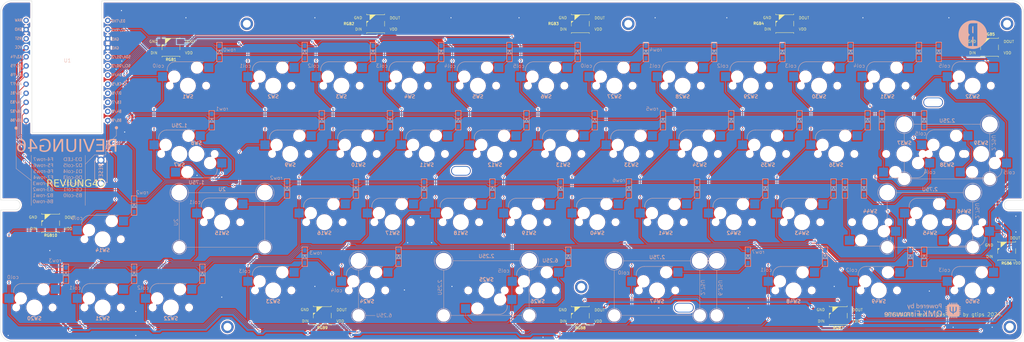
<source format=kicad_pcb>
(kicad_pcb (version 20240108) (generator "pcbnew") (generator_version "8.0")
  (title_block (title "REVIUNG46") (date "2024-07-10") (rev "ver 0.1"))
  (layers (0 "F.Cu" signal) (31 "B.Cu" signal) (34 "B.Paste" user) (35 "F.Paste" user) (36 "B.SilkS" user "B.Silkscreen") (37 "F.SilkS" user "F.Silkscreen") (38 "B.Mask" user) (39 "F.Mask" user) (44 "Edge.Cuts" user))
  (net 0 "")
  (net 1 "RESET")
  (net 2 "GND")
  (net 3 "row1")
  (net 4 "col2")
  (net 5 "LED")
  (net 7 "row5")
  (net 8 "row0")
  (net 10 "row4")
  (net 11 "col1")
  (net 12 "row2")
  (net 13 "VCC")
  (net 14 "col4")
  (net 15 "col5")
  (net 16 "row6")
  (net 18 "col0")
  (net 19 "col3")
  (net 20 "row3")
  (net 21 "row7")
  (net 23 "Net-(D24-A)")
  (net 24 "Net-(D14-A)")
  (net 25 "Net-(D43-A)")
  (net 26 "Net-(D36-A)")
  (net 27 "Net-(D3-A)")
  (net 28 "Net-(D41-A)")
  (net 29 "Net-(D40-A)")
  (net 30 "Net-(D39-A)")
  (net 31 "Net-(D38-A)")
  (net 32 "Net-(D37-A)")
  (net 33 "Net-(D4-A)")
  (net 34 "Net-(D10-A)")
  (net 35 "Net-(D35-A)")
  (net 36 "Net-(D34-A)")
  (net 37 "Net-(D33-A)")
  (net 38 "Net-(D32-A)")
  (net 39 "Net-(D31-A)")
  (net 40 "Net-(D5-A)")
  (net 41 "Net-(D29-A)")
  (net 42 "Net-(D28-A)")
  (net 43 "Net-(D27-A)")
  (net 44 "Net-(D26-A)")
  (net 45 "Net-(D25-A)")
  (net 46 "Net-(D6-A)")
  (net 47 "Net-(D11-A)")
  (net 48 "Net-(D8-A)")
  (net 49 "Net-(D9-A)")
  (net 50 "Net-(D21-A)")
  (net 51 "Net-(D20-A)")
  (net 52 "Net-(D19-A)")
  (net 53 "Net-(D18-A)")
  (net 54 "Net-(D17-A)")
  (net 55 "Net-(D16-A)")
  (net 56 "Net-(D15-A)")
  (net 57 "Net-(D2-A)")
  (net 58 "Net-(D13-A)")
  (net 59 "Net-(D12-A)")
  (net 60 "Net-(D7-A)")
  (net 61 "Net-(D42-A)")
  (net 62 "Net-(D22-A)")
  (net 63 "Net-(D1-A)")
  (net 64 "Net-(D46-A)")
  (net 65 "Net-(D30-A)")
  (net 66 "Net-(D23-A)")
  (net 67 "Net-(D44-A)")
  (net 68 "Net-(D45-A)")
  (net 69 "Net-(RGB7-DOUT)")
  (net 70 "Net-(RGB6-DOUT)")
  (net 71 "Net-(RGB8-DOUT)")
  (net 72 "Net-(RGB10-DIN)")
  (net 74 "Net-(RGB5-DOUT)")
  (net 75 "Net-(RGB4-DOUT)")
  (net 76 "Net-(RGB3-DOUT)")
  (net 77 "Net-(RGB2-DOUT)")
  (net 78 "Net-(RGB1-DOUT)")
  (footprint "_reviung-kbd:MXOnly-1U-Hotswap" (layer "F.Cu") (at 215.4325 63.02)
    (property "Reference" "SW34")
    (property "Value" "1U")
  )
  (footprint "_reviung-kbd:MXOnly-1U-Hotswap" (layer "F.Cu") (at 153.52 43.97)
    (property "Reference" "SW5")
    (property "Value" "1U")
  )
  (footprint "_reviung-kbd:MXOnly-6.25U-Hotswap-ReversedStabilizers" (layer "F.Cu") (at 170.18875 101.12)
    (property "Reference" "SW26")
    (property "Value" "6.25U")
  )
  (footprint "_reviung-kbd:MXOnly-1U-Hotswap" (layer "F.Cu") (at 186.8575 82.07)
    (property "Reference" "SW40")
    (property "Value" "1U")
  )
  (footprint "_reviung-kbd:LED_WS2812B_PLCC4_5.0x5.0mm_P3.2mm_BigFoot" (layer "F.Cu") (at 124.955 26.665 180)
    (property "Reference" "RGB2")
    (property "Value" "WS2812B")
  )
  (footprint "_reviung-kbd:MXOnly-1U-Hotswap" (layer "F.Cu") (at 272.5825 63.02 180)
    (property "Reference" "SW37")
    (property "Value" "1U")
  )
  (footprint "_reviung-kbd:MXOnly-1U-Hotswap" (layer "F.Cu") (at 167.8075 82.07)
    (property "Reference" "SW19")
    (property "Value" "1U")
  )
  (footprint "_reviung-kbd:MXOnly-2.25U-Hotswap-ReversedStabilizers" (layer "F.Cu") (at 284.48875 63.02)
    (property "Reference" "SW38")
    (property "Value" "2.25U")
  )
  (footprint "_reviung-kbd:LED_WS2812B_PLCC4_5.0x5.0mm_P3.2mm_BigFoot" (layer "F.Cu") (at 301.125 90.13 180)
    (property "Reference" "RGB6")
    (property "Value" "WS2812B")
  )
  (footprint "_reviung-kbd:MXOnly-1.5U-Hotswap" (layer "F.Cu") (at 291.6325 101.12)
    (property "Reference" "SW50")
    (property "Value" "1.5U")
  )
  (footprint "_reviung-kbd:MXOnly-1U-Hotswap" (layer "F.Cu") (at 29.695 105.8825)
    (property "Reference" "SW20")
    (property "Value" "1U")
  )
  (footprint "_reviung-kbd:MXOnly-1U-Hotswap" (layer "F.Cu") (at 196.3825 63.02)
    (property "Reference" "SW33")
    (property "Value" "1U")
  )
  (footprint "_reviung-kbd:MXOnly-1.25U-Hotswap" (layer "F.Cu") (at 265.43875 101.12)
    (property "Reference" "SW49")
    (property "Value" "1.25U")
  )
  (footprint "_reviung-kbd:HOLE_2.2mm_5.0mm" (layer "F.Cu") (at 211.035 105.935)
    (property "Reference" "REF**" (hide yes))
    (property "Value" "HOLE_2.2mm_5.0mm")
  )
  (footprint "_reviung-kbd:MXOnly-1.5U-Hotswap" (layer "F.Cu") (at 291.6325 43.97)
    (property "Reference" "SW32")
    (property "Value" "1.5U")
  )
  (footprint "_reviung-kbd:MXOnly-1U-Hotswap" (layer "F.Cu") (at 67.795 105.8825)
    (property "Reference" "SW22")
    (property "Value" "1U")
  )
  (footprint "_reviung-kbd:MXOnly-1U-Hotswap" (layer "F.Cu") (at 267.82 43.97)
    (property "Reference" "SW31")
    (property "Value" "1U")
  )
  (footprint "_reviung-kbd:LED_WS2812B_PLCC4_5.0x5.0mm_P3.2mm_BigFoot" (layer "F.Cu") (at 67.83 33.26 180)
    (property "Reference" "RGB1")
    (property "Value" "WS2812B")
  )
  (footprint "_reviung-kbd:MXOnly-1U-Hotswap" (layer "F.Cu") (at 224.9575 82.07)
    (property "Reference" "SW42")
    (property "Value" "1U")
  )
  (footprint "_reviung-kbd:HOLE_2.2mm_5.0mm" (layer "F.Cu") (at 148.775 67.725)
    (property "Reference" "REF**" (hide yes))
    (property "Value" "HOLE_2.2mm_5.0mm")
  )
  (footprint "_reviung-kbd:LED_WS2812B_PLCC4_5.0x5.0mm_P3.2mm_BigFoot" (layer "F.Cu") (at 239.17 26.64 180)
    (property "Reference" "RGB4")
    (property "Value" "WS2812B")
  )
  (footprint "_reviung-kbd:MXOnly-1U-Hotswap" (layer "F.Cu") (at 234.4825 63.02)
    (property "Reference" "SW35")
    (property "Value" "1U")
  )
  (footprint "_reviung-kbd:LED_WS2812B_PLCC4_5.0x5.0mm_P3.2mm_BigFoot" (layer "F.Cu") (at 182.1 108.19 180)
    (property "Reference" "RGB8")
    (property "Value" "WS2812B")
  )
  (footprint "_reviung-kbd:MXOnly-1U-Hotswap" (layer "F.Cu") (at 248.77 43.97)
    (property "Reference" "SW30")
    (property "Value" "1U")
  )
  (footprint "_reviung-kbd:MXOnly-1.5U-Hotswap" (layer "F.Cu") (at 72.5575 43.97)
    (property "Reference" "SW1")
    (property "Value" "1.5U")
  )
  (footprint "_reviung-kbd:MXOnly-1.75U-Hotswap" (layer "F.Cu") (at 74.93875 63.02 180)
    (property "Reference" "SW8")
    (property "Value" "1.75U")
  )
  (footprint "_reviung-kbd:MXOnly-1U-Hotswap" (layer "F.Cu") (at 48.745 105.8825)
    (property "Reference" "SW21")
    (property "Value" "1U")
  )
  (footprint "_reviung-kbd:MXOnly-1U-Hotswap" (layer "F.Cu") (at 244.0075 82.07)
    (property "Reference" "SW43")
    (property "Value" "1U")
  )
  (footprint "_reviung-kbd:MXOnly-1.25U-Hotswap" (layer "F.Cu") (at 122.56375 101.12)
    (property "Reference" "SW24")
    (property "Value" "1.25U")
  )
  (footprint "MountingHole:MountingHole_2.2mm_M2_ISO7380_Pad" (layer "F.Cu") (at 195.5 26.68)
    (property "Reference" "Ref**" (hide yes))
    (property "Value" "Val**" (hide yes))
  )
  (footprint "_reviung-kbd:MXOnly-1U-Hotswap" (layer "F.Cu") (at 96.37 43.97)
    (property "Reference" "SW2")
    (property "Value" "1U")
  )
  (footprint "_reviung-kbd:MXOnly-1U-Hotswap" (layer "F.Cu") (at 129.7075 82.07)
    (property "Reference" "SW17")
    (property "Value" "1U")
  )
  (footprint "_reviung-kbd:MXOnly-1U-Hotswap" (layer "F.Cu") (at 120.1825 63.02)
    (property "Reference" "SW10")
    (property "Value" "1U")
  )
  (footprint "_reviung-kbd:MXOnly-1.25U-Hotswap" (layer "F.Cu") (at 70.17625 63.02)
    (property "Reference" "SW7")
    (property "Value" "1.25U")
  )
  (footprint "_reviung-kbd:ProMicroExtentionBard" (layer "F.Cu") (at 38.875352 36.905135)
    (property "Reference" "U1")
    (property "Value" "ProMicro")
  )
  (footprint "MountingHole:MountingHole_2.2mm_M2_ISO7380_Pad" (layer "F.Cu") (at 83.6 111.3)
    (property "Reference" "REF**" (hide yes))
    (property "Value" "MountingHole_2.2mm_M2_ISO7380_Pad" (hide yes))
  )
  (footprint "_reviung-kbd:MXOnly-1U-Hotswap" (layer "F.Cu") (at 148.7575 82.07)
    (property "Reference" "SW18")
    (property "Value" "1U")
  )
  (footprint "_reviung-kbd:MXOnly-1U-Hotswap" (layer "F.Cu") (at 48.745 86.8325)
    (property "Reference" "SW14")
    (property "Value" "1U")
  )
  (footprint "_reviung-kbd:MXOnly-2U-Hotswap-ReversedStabilizers" (layer "F.Cu") (at 82.0825 82.07)
    (property "Reference" "SW15")
    (property "Value" "2U")
  )
  (footprint "_reviung-kbd:MXOnly-1.5U-Hotswap" (layer "F.Cu") (at 96.37 101.12)
    (property "Reference" "SW23")
    (property "Value" "1.5U")
  )
  (footprint "_reviung-kbd:MXOnly-1.25U-Hotswap" (layer "F.Cu") (at 241.62625 101.12)
    (property "Reference" "SW48")
    (property "Value" "1.25U")
  )
  (footprint "_reviung-kbd:MXOnly-1U-Hotswap" (layer "F.Cu") (at 253.5325 63.02)
    (property "Reference" "SW36")
    (property "Value" "1U")
  )
  (footprint "MountingHole:MountingHole_2.2mm_M2_ISO7380_Pad" (layer "F.Cu") (at 302 111.3)
    (property "Reference" "REF**" (hide yes))
    (property "Value" "MountingHole_2.2mm_M2_ISO7380_Pad" (hide yes))
  )
  (footprint "_reviung-kbd:MXOnly-1U-Hotswap" (layer "F.Cu") (at 115.42 43.97)
    (property "Reference" "SW3")
    (property "Value" "1U")
  )
  (footprint "_reviung-kbd:MXOnly-2.25U-Hotswap" (layer "F.Cu") (at 155.90125 101.12 180)
    (property "Reference" "SW25")
    (property "Value" "2.25U")
  )
  (footprint "_reviung-kbd:MXOnly-2.75U-Hotswap-ReversedStabilizers" (layer "F.Cu") (at 279.72625 82.07)
    (property "Reference" "SW45")
    (property "Value" "2.75U")
  )
  (footprint "_reviung-kbd:MXOnly-2.75U-Hotswap-ReversedStabilizers" (layer "F.Cu") (at 203.52625 101.12)
    (property "Reference" "SW47")
    (property "Value" "2.75U")
  )
  (footprint "MountingHole:MountingHole_2.2mm_M2_ISO7380_Pad" (layer "F.Cu") (at 301.245 26.68)
    (property "Reference" "Ref**" (hide yes))
    (property "Value" "Val**" (hide yes))
  )
  (footprint "_reviung-kbd:MXOnly-1.75U-Hotswap" (layer "F.Cu") (at 289.25125 82.07 180)
    (property "Reference" "SW46")
    (property "Value" "1.75U")
  )
  (footprint "_reviung-kbd:LED_WS2812B_PLCC4_5.0x5.0mm_P3.2mm_BigFoot" (layer "F.Cu") (at 182.115 26.66 180)
    (property "Reference" "RGB3")
    (property "Value" "WS2812B")
  )
  (footprint "_reviung-kbd:MXOnly-1U-Hotswap" (layer "F.Cu") (at 134.47 43.97)
    (property "Reference" "SW4")
    (property "Value" "1U")
  )
  (footprint "_reviung-kbd:MXOnly-1U-Hotswap" (layer "F.Cu") (at 177.3325 63.02)
    (property "Reference" "SW13")
    (property "Value" "1U")
  )
  (footprint "_reviung-kbd:HOLE_2.2mm_5.0mm" (layer "F.Cu") (at 280.61 48.615)
    (property "Reference" "REF**" (hide yes))
    (property "Value" "HOLE_2.2mm_5.0mm")
  )
  (footprint "_reviung-kbd:LED_WS2812B_PLCC4_5.0x5.0mm_P3.2mm_BigFoot" (layer "F.Cu") (at 110.08 108.145 180)
    (property "Reference" "RGB9")
    (property "Value" "WS2812B")
  )
  (footprint "_reviung-kbd:MXOnly-1U-Hotswap" (layer "F.Cu") (at 191.62 43.97)
    (property "Reference" "SW27")
    (property "Value" "1U")
  )
  (footprint "_reviung-kbd:MXOnly-1U-Hotswap" (layer "F.Cu") (at 101.1325 63.02)
    (property "Reference" "SW9")
    (property "Value" "1U")
  )
  (footprint "_reviung-kbd:MXOnly-1U-Hotswap" (layer "F.Cu") (at 139.2325 63.02)
    (property "Reference" "SW11")
    (property "Value" "1U")
  )
  (footprint "_reviung-kbd:LED_WS2812B_PLCC4_5.0x5.0mm_P3.2mm_BigFoot" (layer "F.Cu") (at 296.35 33.26 180)
    (property "Reference" "RGB5")
    (property "Value" "WS2812B")
  )
  (footprint "MountingHole:MountingHole_2.2mm_M2_ISO7380_Pad" (layer "F.Cu") (at 89 26.68)
    (property "Reference" "Ref**" (hide yes))
    (property "Value" "Val**" (hide yes))
  )
  (footprint "_reviung-kbd:MXOnly-1U-Hotswap" (layer "F.Cu") (at 158.2825 63.02)
    (property "Reference" "SW12")
    (property "Value" "1U")
  )
  (footprint "_reviung-kbd:MXOnly-1U-Hotswap" (layer "F.Cu") (at 263.0575 82.07 180)
    (property "Reference" "SW44")
    (property "Value" "1U")
  )
  (footprint "_reviung-kbd:MXOnly-1U-Hotswap" (layer "F.Cu") (at 172.57 43.97)
    (property "Reference" "SW6")
    (property "Value" "1U")
  )
  (footprint "MountingHole:MountingHole_2.2mm_M2_ISO7380_Pad" (layer "F.Cu") (at 182.37 100.17)
    (property "Reference" "Ref**" (hide yes))
    (property "Value" "Val**" (hide yes))
  )
  (footprint "_reviung-kbd:LED_WS2812B_PLCC4_5.0x5.0mm_P3.2mm_BigFoot" (layer "F.Cu") (at 254.11 108.165 180)
    (property "Reference" "RGB7")
    (property "Value" "WS2812B")
  )
  (footprint "_reviung-kbd:MXOnly-1U-Hotswap" (layer "F.Cu") (at 110.6575 82.07)
    (property "Reference" "SW16")
    (property "Value" "1U")
  )
  (footprint "_reviung-kbd:MXOnly-1U-Hotswap" (layer "F.Cu") (at 205.9075 82.07)
    (property "Reference" "SW41")
    (property "Value" "1U")
  )
  (footprint "_reviung-kbd:MXOnly-1.25U-Hotswap" (layer "F.Cu") (at 294.01375 63.02 180)
    (property "Reference" "SW39")
    (property "Value" "1.25U")
  )
  (footprint "_reviung-kbd:MXOnly-1U-Hotswap" (layer "F.Cu") (at 229.72 43.97)
    (property "Reference" "SW29")
    (property "Value" "1U")
  )
  (footprint "_reviung-kbd:MXOnly-1U-Hotswap" (layer "F.Cu") (at 210.67 43.97)
    (property "Reference" "SW28")
    (property "Value" "1U")
  )
  (footprint "_reviung-kbd:LED_WS2812B_PLCC4_5.0x5.0mm_P3.2mm_BigFoot" (layer "F.Cu") (at 34.22 82.335 180)
    (property "Reference" "RGB10")
    (property "Value" "WS2812B")
  )
  (footprint "_reviung-kbd:D3_SMD_1side" (layer "B.Cu") (at 274.23875 91.72 -90)
    (property "Reference" "D45" (hide yes))
    (property "Value" "1N4148W" (hide yes))
  )
  (footprint "_reviung-kbd:D3_SMD_1side" (layer "B.Cu") (at 228.9 91.72 -90)
    (property "Reference" "D43" (hide yes))
    (property "Value" "1N4148W" (hide yes))
  )
  (footprint "_reviung-kbd:D3_SMD_1side" (layer "B.Cu") (at 131.36375 91.72 -90)
    (property "Reference" "D23" (hide yes))
    (property "Value" "1N4148W" (hide yes))
  )
  (footprint "_reviung-kbd:D3_SMD_1side" (layer "B.Cu") (at 157.5575 72.67 -90)
    (property "Reference" "D17" (hide yes))
    (property "Value" "1N4148W" (hide yes))
  )
  (footprint "_reviung-kbd:D3_SMD_1side" (layer "B.Cu") (at 205.1825 53.62 -90)
    (property "Reference" "D31" (hide yes))
    (property "Value" "1N4148W" (hide yes))
  )
  (footprint "_reviung-kbd:D3_SMD_1side" (layer "B.Cu") (at 282.17 34.53 -90)
    (property "Reference" "D30" (hide yes))
    (property "Value" "1N4148W" (hide yes))
  )
  (footprint "_reviung-kbd:D3_SMD_1side" (layer "B.Cu") (at 224.2325 53.62 -90)
    (property "Reference" "D32" (hide yes))
    (property "Value" "1N4148W" (hide yes))
  )
  (footprint "_reviung-kbd:QMK-x4-ver1" (layer "B.Cu") (at 277.685 106.715 180)
    (property "Reference" "G***" (hide yes))
    (property "Value" "LOGO" (hide yes))
  )
  (footprint "_reviung-kbd:D3_SMD_1side" (layer "B.Cu") (at 148.0325 53.62 -90)
    (property "Reference" "D10" (hide yes))
    (property "Value" "1N4148W" (hide yes))
  )
  (footprint "_reviung-kbd:D3_SMD_1side" (layer "B.Cu") (at 178.75 91.72 -90)
    (property "Reference" "D24" (hide yes))
    (property "Value" "1N4148W" (hide yes))
  )
  (footprint "_reviung-kbd:D3_SMD_1side" (layer "B.Cu") (at 128.9825 53.62 -90)
    (property "Reference" "D9" (hide yes))
    (property "Value" "1N4148W" (hide yes))
  )
  (footprint "_reviung-kbd:D3_SMD_1side" (layer "B.Cu") (at 233.7575 72.67 -90)
    (property "Reference" "D39" (hide yes))
    (property "Value" "1N4148W" (hide yes))
  )
  (footprint "_reviung-kbd:D3_SMD_1side" (layer "B.Cu") (at 276.62 34.57 -90)
    (property "Reference" "D29" (hide yes))
    (property "Value" "1N4148W" (hide yes))
  )
  (footprint "_reviung-kbd:D3_SMD_1side" (layer "B.Cu") (at 167.0825 53.62 -90)
    (property "Reference" "D11" (hide yes))
    (property "Value" "1N4148W" (hide yes))
  )
  (footprint "_reviung-kbd:D3_SMD_1side" (layer "B.Cu") (at 257.57 34.57 -90)
    (property "Reference" "D28" (hide yes))
    (property "Value" "1N4148W" (hide yes))
  )
  (footprint "_reviung-kbd:D3_SMD_1side" (layer "B.Cu") (at 138.5075 72.67 -90)
    (property "Reference" "D16" (hide yes))
    (property "Value" "1N4148W" (hide yes))
  )
  (footprint "_reviung-kbd:D3_SMD_1side" (layer "B.Cu") (at 266.3 53.62 -90)
    (property "Reference" "D35" (hide yes))
    (property "Value" "1N4148W" (hide yes))
  )
  (footprint "_reviung-kbd:D3_SMD_1side" (layer "B.Cu") (at 262.3325 53.62 -90)
    (property "Reference" "D34" (hide yes))
    (property "Value" "1N4148W" (hide yes))
  )
  (footprint "_reviung-kbd:D3_SMD_1side" (layer "B.Cu") (at 109.9325 53.62 -90)
    (property "Reference" "D8" (hide yes))
    (property "Value" "1N4148W" (hide yes))
  )
  (footprint "_reviung-kbd:ResetSW_1side" (layer "B.Cu") (at 48.275 68 -90)
    (property "Reference" "SW51" (hide yes))
    (property "Value" "SW_PUSH")
  )
  (footprint "_reviung-kbd:D3_SMD_1side" (layer "B.Cu") (at 100.25 72.67 -90)
    (property "Reference" "D14" (hide yes))
    (property "Value" "1N4148W" (hide yes))
  )
  (footprint "_reviung-kbd:D3_SMD_1side" (layer "B.Cu") (at 278.1 53.62 -90)
    (property "Reference" "D36" (hide yes))
    (property "Value" "1N4148W" (hide yes))
  )
  (footprint "_reviung-kbd:D3_SMD_1side" (layer "B.Cu") (at 256 72.67 -90)
    (property "Reference" "D41" (hide yes))
    (property "Value" "1N4148W" (hide yes))
  )
  (footprint "_reviung-kbd:D3_SMD_1side" (layer "B.Cu") (at 143.27 34.57 -90)
    (property "Reference" "D4" (hide yes))
    (property "Value" "1N4148W" (hide yes))
  )
  (footprint "_reviung-kbd:R-x4-ver1" (layer "B.Cu") (at 291.7 29.7 180)
    (property "Reference" "G***" (hide yes))
    (property "Value" "LOGO" (hide yes))
  )
  (footprint "_reviung-kbd:D3_SMD_1side" (layer "B.Cu") (at 238.52 34.57 -90)
    (property "Reference" "D27" (hide yes))
    (property "Value" "1N4148W" (hide yes))
  )
  (footprint "_reviung-kbd:D3_SMD_1side" (layer "B.Cu") (at 186.1325 53.62 -90)
    (property "Reference" "D12" (hide yes))
    (property "Value" "1N4148W" (hide yes))
  )
  (footprint "_reviung-kbd:D3_SMD_1side" (layer "B.Cu") (at 243.2825 53.62 -90)
    (property "Reference" "D33" (hide yes))
    (property "Value" "1N4148W" (hide yes))
  )
  (footprint "_reviung-kbd:D3_SMD_1side" (layer "B.Cu") (at 261.3 72.67 -90)
    (property "Reference" "D42" (hide yes))
    (property "Value" "1N4148W" (hide yes))
  )
  (footprint "_reviung-kbd:D3_SMD_1side" (layer "B.Cu") (at 176.6075 72.67 -90)
    (property "Reference" "D18" (hide yes))
    (property "Value" "1N4148W" (hide yes))
  )
  (footprint "_reviung-kbd:D3_SMD_1side" (layer "B.Cu") (at 119.4575 72.67 -90)
    (property "Reference" "D15" (hide yes))
    (property "Value" "1N4148W" (hide yes))
  )
  (footprint "_reviung-kbd:D3_SMD_1side" (layer "B.Cu") (at 124.22 34.57 -90)
    (property "Reference" "D3" (hide yes))
    (property "Value" "1N4148W" (hide yes))
  )
  (footprint "_reviung-kbd:D3_SMD_1side" (layer "B.Cu") (at 214.7075 72.67 -90)
    (property "Reference" "D38" (hide yes))
    (property "Value" "1N4148W" (hide yes))
  )
  (footprint "_reviung-kbd:D3_SMD_1side" (layer "B.Cu") (at 252.8075 72.67 -90)
    (property "Reference" "D40" (hide yes))
    (property "Value" "1N4148W" (hide yes))
  )
  (footprint "_reviung-kbd:D3_SMD_1side" (layer "B.Cu") (at 181.37 34.57 -90)
    (property "Reference" "D6" (hide yes))
    (property "Value" "1N4148W" (hide yes))
  )
  (footprint "_reviung-kbd:D3_SMD_1side" (layer "B.Cu") (at 200.42 34.57 -90)
    (property "Reference" "D25" (hide yes))
    (property "Value" "1N4148W" (hide yes))
  )
  (footprint "_reviung-kbd:D3_SMD_1side" (layer "B.Cu") (at 195.6575 72.67 -90)
    (property "Reference" "D37" (hide yes))
    (property "Value" "1N4148W" (hide yes))
  )
  (footprint "_reviung-kbd:D3_SMD_1side" (layer "B.Cu") (at 162.32 34.57 -90)
    (property "Reference" "D5" (hide yes))
    (property "Value" "1N4148W" (hide yes))
  )
  (footprint "_reviung-kbd:D3_SMD_1side" (layer "B.Cu") (at 105.17 91.72 -90)
    (property "Reference" "D22" (hide yes))
    (property "Value" "1N4148W" (hide yes))
  )
  (footprint "_reviung-kbd:D3_SMD_1side" (layer "B.Cu") (at 38.495 96.4825 -90)
    (property "Reference" "D19" (hide yes))
    (property "Value" "1N4148W" (hide yes))
  )
  (footprint "_reviung-kbd:D3_SMD_1side" (layer "B.Cu") (at 250.42625 91.72 -90)
    (property "Reference" "D44" (hide yes))
    (property "Value" "1N4148W" (hide yes))
  )
  (footprint "_reviung-kbd:D3_SMD_1side" (layer "B.Cu") (at 79.2 53.62 -90)
    (property "Reference" "D7" (hide yes))
    (property "Value" "1N4148W" (hide yes))
  )
  (footprint "_reviung-kbd:D3_SMD_1side" (layer "B.Cu") (at 57.545 96.4825 -90)
    (property "Reference" "D20" (hide yes))
    (property "Value" "1N4148W" (hide yes))
  )
  (footprint "_reviung-kbd:D3_SMD_1side" (layer "B.Cu") (at 57.545 77.4325 -90)
    (property "Reference" "D13" (hide yes))
    (property "Value" "1N4148W" (hide yes))
  )
  (footprint "_reviung-kbd:D3_SMD_1side" (layer "B.Cu") (at 105.17 34.57 -90)
    (property "Reference" "D2" (hide yes))
    (property "Value" "1N4148W" (hide yes))
  )
  (footprint "_reviung-kbd:D3_SMD_1side" (layer "B.Cu") (at 81.3575 34.57 -90)
    (property "Reference" "D1" (hide yes))
    (property "Value" "1N4148W" (hide yes))
  )
  (footprint "_reviung-kbd:D3_SMD_1side" (layer "B.Cu") (at 219.47 34.57 -90)
    (property "Reference" "D26" (hide yes))
    (property "Value" "1N4148W" (hide yes))
  )
  (footprint "_reviung-kbd:D3_SMD_1side" (layer "B.Cu") (at 76.595 96.4825 -90)
    (property "Reference" "D21" (hide yes))
    (property "Value" "1N4148W" (hide yes))
  )
  (footprint "_reviung-kbd:D3_SMD_1side" (layer "B.Cu") (at 278.1 91.72 -90)
    (property "Reference" "D46" (hide yes))
    (property "Value" "1N4148W" (hide yes))
  )
  (gr_line (start 212.86 92.875) (end 194.17 92.875) (stroke (width 0.1)) (layer "B.SilkS"))
  (gr_circle (center 296.405 54.75) (end 299.005 54.75) (stroke (width 0.1)) (fill none) (layer "B.SilkS"))
  (gr_circle (center 167.805 108.105) (end 169.805 108.105) (stroke (width 0.1)) (fill none) (layer "B.SilkS"))
  (gr_circle (center 52.6 55.7) (end 53 55.7) (stroke (width 0.1)) (fill solid) (layer "B.SilkS"))
  (gr_line (start 70.135 76.435) (end 70.135 87.075) (stroke (width 0.1)) (layer "B.SilkS"))
  (gr_circle (center 296.42 70) (end 298.42 70) (stroke (width 0.1)) (fill none) (layer "B.SilkS"))
  (gr_line (start 49.6 63.3) (end 46.5 63.3) (stroke (width 0.1)) (layer "B.SilkS"))
  (gr_line (start 275.13 54.73) (end 293.805 54.75) (stroke (width 0.1)) (layer "B.SilkS"))
  (gr_circle (center 143.98 108.11) (end 145.98 108.11) (stroke (width 0.1)) (fill none) (layer "B.SilkS"))
  (gr_circle (center 291.645 73.805) (end 294.245 73.805) (stroke (width 0.1)) (fill none) (layer "B.SilkS"))
  (gr_circle (center 272.56 70.005) (end 274.56 70.005) (stroke (width 0.1)) (fill none) (layer "B.SilkS"))
  (gr_circle (center 94.03 89.075) (end 96.03 89.075) (stroke (width 0.1)) (fill none) (layer "B.SilkS"))
  (gr_circle (center 215.475 108.1) (end 217.475 108.1) (stroke (width 0.1)) (fill none) (layer "B.SilkS"))
  (gr_circle (center 220.175 92.875) (end 222.775 92.875) (stroke (width 0.1)) (fill none) (layer "B.SilkS"))
  (gr_circle (center 24.6 55.8) (end 25 55.8) (stroke (width 0.1)) (fill solid) (layer "B.SilkS"))
  (gr_line (start 193.575 108.1) (end 213.475 108.1) (stroke (width 0.1)) (layer "B.SilkS"))
  (gr_line (start 165.805 108.105) (end 145.98 108.11) (stroke (width 0.1)) (layer "B.SilkS"))
  (gr_circle (center 143.955 92.86) (end 146.555 92.86) (stroke (width 0.1)) (fill none) (layer "B.SilkS"))
  (gr_line (start 72.73 73.83) (end 91.43 73.83) (stroke (width 0.1)) (layer "B.SilkS"))
  (gr_line (start 289.645 89.05) (end 269.765 89.05) (stroke (width 0.1)) (layer "B.SilkS"))
  (gr_circle (center 291.645 89.05) (end 293.645 89.05) (stroke (width 0.1)) (fill none) (layer "B.SilkS"))
  (gr_circle (center 120.145 92.84) (end 122.745 92.84) (stroke (width 0.1)) (fill none) (layer "B.SilkS"))
  (gr_line (start 267.765 76.41) (end 267.765 87.05) (stroke (width 0.1)) (layer "B.SilkS"))
  (gr_line (start 270.365 73.81) (end 289.045 73.805) (stroke (width 0.1)) (layer "B.SilkS"))
  (gr_circle (center 215.46 92.875) (end 218.06 92.875) (stroke (width 0.1)) (fill none) (layer "B.SilkS"))
  (gr_line (start 49.6 60.9) (end 49.6 63.3) (stroke (width 0.1)) (layer "B.SilkS"))
  (gr_line (start 272.5625 57.33) (end 272.5775 67.98) (stroke (width 0.1)) (layer "B.SilkS"))
  (gr_line (start 46.5 63.3) (end 43.9 65.9) (stroke (width 0.1)) (layer "B.SilkS"))
  (gr_line (start 122.185 108.12) (end 124.86 108.135) (stroke (width 0.1)) (layer "B.SilkS"))
  (gr_line (start 52.6 55.7) (end 52.6 57.9) (stroke (width 0.1)) (layer "B.SilkS"))
  (gr_circle (center 70.135 89.075) (end 72.135 89.075) (stroke (width 0.1)) (fill none) (layer "B.SilkS"))
  (gr_line (start 24.6 67.1) (end 28.8 70.4) (stroke (width 0.1)) (layer "B.SilkS"))
  (gr_line (start 28.8 63.4) (end 28.8 77.4) (stroke (width 0.1)) (layer "B.SilkS"))
  (gr_circle (center 191.57 92.875) (end 194.17 92.875) (stroke (width 0.1)) (fill none) (layer "B.SilkS"))
  (gr_line (start 191.575 95.475) (end 191.575 106.115) (stroke (width 0.1)) (layer "B.SilkS"))
  (gr_line (start 146.555 92.86) (end 165.26 92.86) (stroke (width 0.1)) (layer "B.SilkS"))
  (gr_circle (center 191.575 108.1) (end 193.575 108.1) (stroke (width 0.1)) (fill none) (layer "B.SilkS"))
  (gr_line (start 296.405 57.35) (end 296.42 68) (stroke (width 0.1)) (layer "B.SilkS"))
  (gr_line (start 291.645 76.405) (end 291.645 87.05) (stroke (width 0.1)) (layer "B.SilkS"))
  (gr_circle (center 70.13 73.83) (end 72.73 73.83) (stroke (width 0.1)) (fill none) (layer "B.SilkS"))
  (gr_line (start 274.56 70.005) (end 294.42 70) (stroke (width 0.1)) (layer "B.SilkS"))
  (gr_line (start 52.6 57.9) (end 49.6 60.9) (stroke (width 0.1)) (layer "B.SilkS"))
  (gr_circle (center 272.53 54.73) (end 275.13 54.73) (stroke (width 0.1)) (fill none) (layer "B.SilkS"))
  (gr_line (start 72.135 89.075) (end 92.03 89.075) (stroke (width 0.1)) (layer "B.SilkS"))
  (gr_line (start 220.195 95.46) (end 220.195 106.1) (stroke (width 0.1)) (layer "B.SilkS"))
  (gr_circle (center 267.765 89.05) (end 269.765 89.05) (stroke (width 0.1)) (fill none) (layer "B.SilkS"))
  (gr_circle (center 120.185 108.12) (end 122.185 108.12) (stroke (width 0.1)) (fill none) (layer "B.SilkS"))
  (gr_line (start 43.9 63.4) (end 43.9 77.4) (stroke (width 0.1)) (layer "B.SilkS"))
  (gr_line (start 143.98 95.47) (end 143.98 106.11) (stroke (width 0.1)) (layer "B.SilkS"))
  (gr_line (start 94.03 76.435) (end 94.03 87.075) (stroke (width 0.1)) (layer "B.SilkS"))
  (gr_circle (center 220.195 108.1) (end 222.195 108.1) (stroke (width 0.1)) (fill none) (layer "B.SilkS"))
  (gr_line (start 215.475 95.46) (end 215.475 106.1) (stroke (width 0.1)) (layer "B.SilkS"))
  (gr_line (start 120.185 95.48) (end 120.185 106.12) (stroke (width 0.1)) (layer "B.SilkS"))
  (gr_circle (center 167.86 92.86) (end 170.46 92.86) (stroke (width 0.1)) (fill none) (layer "B.SilkS"))
  (gr_line (start 24.6 55.8) (end 24.6 67.1) (stroke (width 0.1)) (layer "B.SilkS"))
  (gr_circle (center 267.765 73.81) (end 270.365 73.81) (stroke (width 0.1)) (fill none) (layer "B.SilkS"))
  (gr_circle (center 94.03 73.83) (end 96.63 73.83) (stroke (width 0.1)) (fill none) (layer "B.SilkS"))
  (gr_line (start 167.805 95.465) (end 167.805 106.105) (stroke (width 0.1)) (layer "B.SilkS"))
  (gr_line (start 20.294978 78.673026) (end 24.339929 78.673026) (stroke (width 0.09)) (layer "Edge.Cuts"))
  (gr_line (start 302.795198 115.294531) (end 23.295 115.294531) (stroke (width 0.09)) (layer "Edge.Cuts"))
  (gr_line (start 29.010004 57.069618) (end 48.509793 57.069618) (stroke (width 0.09)) (layer "Edge.Cuts"))
  (gr_curve (pts (xy 23.295 115.294531) (xy 21.638005 115.294531) (xy 20.294978 113.951504) (xy 20.294978 112.29451)) (stroke (width 0.09)) (layer "Edge.Cuts"))
  (gr_curve (pts (xy 25.740102 77.272487) (xy 25.740102 76.499559) (xy 25.113213 75.87267) (xy 24.339929 75.87267)) (stroke (width 0.09)) (layer "Edge.Cuts"))
  (gr_line (start 305.795209 75.905484) (end 301.761906 75.905484) (stroke (width 0.09)) (layer "Edge.Cuts"))
  (gr_line (start 20.294978 75.87267) (end 20.294978 23.294667) (stroke (width 0.09)) (layer "Edge.Cuts"))
  (gr_curve (pts (xy 302.795198 20.295) (xy 304.451837 20.295) (xy 305.795209 21.638028) (xy 305.795209 23.294667)) (stroke (width 0.09)) (layer "Edge.Cuts"))
  (gr_curve (pts (xy 20.294978 23.294667) (xy 20.294978 21.638028) (xy 21.638005 20.295) (xy 23.295 20.295)) (stroke (width 0.09)) (layer "Edge.Cuts"))
  (gr_line (start 48.509793 20.295) (end 302.795198 20.295) (stroke (width 0.09)) (layer "Edge.Cuts"))
  (gr_line (start 48.509793 57.069618) (end 48.509793 20.295) (stroke (width 0.09)) (layer "Edge.Cuts"))
  (gr_line (start 301.761906 78.604932) (end 305.795209 78.604932) (stroke (width 0.09)) (layer "Edge.Cuts"))
  (gr_line (start 23.295 20.295) (end 29.010004 20.295) (stroke (width 0.09)) (layer "Edge.Cuts"))
  (gr_curve (pts (xy 24.339929 78.673026) (xy 25.113213 78.673026) (xy 25.740102 78.045782) (xy 25.740102 77.272487)) (stroke (width 0.09)) (layer "Edge.Cuts"))
  (gr_line (start 24.339929 75.87267) (end 20.294978 75.87267) (stroke (width 0.09)) (layer "Edge.Cuts"))
  (gr_line (start 29.010004 20.295) (end 29.010004 57.069618) (stroke (width 0.09)) (layer "Edge.Cuts"))
  (gr_line (start 20.294978 112.29451) (end 20.294978 78.673026) (stroke (width 0.09)) (layer "Edge.Cuts"))
  (gr_line (start 305.795209 23.294667) (end 305.795209 75.905484) (stroke (width 0.09)) (layer "Edge.Cuts"))
  (gr_curve (pts (xy 300.412182 77.254863) (xy 300.412182 78.000274) (xy 301.016474 78.604932) (xy 301.761906 78.604932)) (stroke (width 0.09)) (layer "Edge.Cuts"))
  (gr_line (start 305.795209 78.604932) (end 305.795209 112.29451) (stroke (width 0.09)) (layer "Edge.Cuts"))
  (gr_curve (pts (xy 301.761906 75.905484) (xy 301.016474 75.905484) (xy 300.412182 76.509442) (xy 300.412182 77.254863)) (stroke (width 0.09)) (layer "Edge.Cuts"))
  (gr_curve (pts (xy 305.795209 112.29451) (xy 305.795209 113.951504) (xy 304.451837 115.294531) (xy 302.795198 115.294531)) (stroke (width 0.09)) (layer "Edge.Cuts"))
  (gr_text "row5" (at 204 51 0) (layer "B.SilkS") (effects (font (size 1 1) (thickness 0.1)) (justify left bottom mirror)))
  (gr_text "col3" (at 242.55 39 0) (layer "B.SilkS") (effects (font (size 1 1) (thickness 0.1)) (justify left bottom mirror)))
  (gr_text "6.25U" (at 129.575 108.68 0) (layer "B.SilkS") (effects (font (size 1 1) (thickness 0.1)) (justify left bottom mirror)))
  (gr_text "col5" (at 166.6 39.05 0) (layer "B.SilkS") (effects (font (size 1 1) (thickness 0.1)) (justify left bottom mirror)))
  (gr_text "col4" (at 115.75 101.7 0) (layer "B.SilkS") (effects (font (size 1 1) (thickness 0.1)) (justify left bottom mirror)))
  (gr_text "col5" (at 278.8 57.9 0) (layer "B.SilkS") (effects (font (size 1 1) (thickness 0.1)) (justify left bottom mirror)))
  (gr_text "row1" (at 83.9 51 0) (layer "B.SilkS") (effects (font (size 1 1) (thickness 0.1)) (justify left bottom mirror)))
  (gr_text "row3" (at 110.1 91.2 0) (layer "B.SilkS") (effects (font (size 1 1) (thickness 0.1)) (justify left bottom mirror)))
  (gr_text "col5" (at 162.4 96.2 0) (layer "B.SilkS") (effects (font (size 1 1) (thickness 0.1)) (justify left bottom mirror)))
  (gr_text "col1" (at 42.7 100.95 0) (layer "B.SilkS") (effects (font (size 1 1) (thickness 0.1)) (justify left bottom mirror)))
  (gr_text "col4" (at 147.4 39.05 0) (layer "B.SilkS") (effects (font (size 1 1) (thickness 0.1)) (justify left bottom mirror)))
  (gr_text "2.25U" (at 296.9 59.9 -90) (layer "B.SilkS") (effects (font (size 1 1) (thickness 0.1)) (justify bottom mirror)))
  (gr_text "row6" (at 194.65 70.95 0) (layer "B.SilkS") (effects (font (size 1 1) (thickness 0.1)) (justify left bottom mirror)))
  (gr_text "col1" (at 76.2 77.05 0) (layer "B.SilkS") (effects (font (size 1 1) (thickness 0.1)) (justify left bottom mirror)))
  (gr_text "col0" (at 66 39 0) (layer "B.SilkS") (effects (font (size 1 1) (thickness 0.1)) (justify left bottom mirror)))
  (gr_text "2.75U" (at 292.3 78.9 270) (layer "B.SilkS") (effects (font (size 1 1) (thickness 0.1)) (justify bottom mirror)))
  (gr_text "D3-LED\nD2-col5\nD1-col4\nD0-col3\nD4-col2\nC6-col1\nB5-col0" (at 40.4 64 0) (layer "B.SilkS") (effects (font (size 1 1) (thickness 0.1)) (justify top mirror)))
  (gr_text "col0" (at 25.4 98 0) (layer "B.SilkS") (effects (font (size 1 1) (thickness 0.1)) (justify left bottom mirror)))
  (gr_text "col4" (at 261.65 39 0) (layer "B.SilkS") (effects (font (size 1 1) (thickness 0.1)) (justify left bottom mirror)))
  (gr_text "row4" (at 205 34.5 0) (layer "B.SilkS") (effects (font (size 1 1) (thickness 0.1)) (justify left bottom mirror)))
  (gr_text "2.25U" (at 143.5 100.3 90) (layer "B.SilkS") (effects (font (size 1 1) (thickness 0.1)) (justify bottom mirror)))
  (gr_text "2U" (at 69.8 82.1 90) (layer "B.SilkS") (effects (font (size 1 1) (thickness 0.1)) (justify bottom mirror)))
  (gr_text "col0" (at 185.5 39 0) (layer "B.SilkS") (effects (font (size 1 1) (thickness 0.1)) (justify left bottom mirror)))
  (gr_text "col5" (at 303.55 68.75 0) (layer "B.SilkS") (effects (font (size 1 1) (thickness 0.1)) (justify left bottom mirror)))
  (gr_text "col0" (at 195.9 96.75 0) (layer "B.SilkS") (effects (font (size 1 1) (thickness 0.1)) (justify left bottom mirror)))
  (gr_text "col2" (at 61.7 100.95 0) (layer "B.SilkS") (effects (font (size 1 1) (thickness 0.1)) (justify left bottom mirror)))
  (gr_text "REVIUNG46" (at 38.8 63 0) (layer "B.SilkS") (effects (font (size 3.5 3.5) (thickness 0.1)) (justify bottom mirror)))
  (gr_text "col1" (at 204.55 39 0) (layer "B.SilkS") (effects (font (size 1 1) (thickness 0.1)) (justify left bottom mirror)))
  (gr_text "col1" (at 235.65 95.95 0) (layer "B.SilkS") (effects (font (size 1 1) (thickness 0.1)) (justify left bottom mirror)))
  (gr_text "col1" (at 90.25 39 0) (layer "B.SilkS") (effects (font (size 1 1) (thickness 0.1)) (justify left bottom mirror)))
  (gr_text "row3" (at 37.3 93.35 0) (layer "B.SilkS") (effects (font (size 1 1) (thickness 0.1)) (justify left bottom mirror)))
  (gr_text "row2" (at 61.65 74.35 0) (layer "B.SilkS") (effects (font (size 1 1) (thickness 0.1)) (justify left bottom mirror)))
  (gr_text "col2" (at 223.55 39 0) (layer "B.SilkS") (effects (font (size 1 1) (thickness 0.1)) (justify left bottom mirror)))
  (gr_text "6.25U" (at 220.575 102.67 -90) (layer "B.SilkS") (effects (font (size 1 1) (thickness 0.1)) (justify left bottom mirror)))
  (gr_text "row2" (at 99.05 70.3 0) (layer "B.SilkS") (effects (font (size 1 1) (thickness 0.1)) (justify left bottom mirror)))
  (gr_text "row0" (at 86 34.5 0) (layer "B.SilkS") (effects (font (size 1 1) (thickness 0.1)) (justify left bottom mirror)))
  (gr_text "col3" (at 285.45 96 0) (layer "B.SilkS") (effects (font (size 1 1) (thickness 0.1)) (justify left bottom mirror)))
  (gr_text "col3" (at 128.4 39 0) (layer "B.SilkS") (effects (font (size 1 1) (thickness 0.1)) (justify left bottom mirror)))
  (gr_text "col5" (at 285.45 39 0) (layer "B.SilkS") (effects (font (size 1 1) (thickness 0.1)) (justify left bottom mirror)))
  (gr_text "col3" (at 90.1 96.3 0) (layer "B.SilkS") (effects (font (size 1 1) (thickness 0.1)) (justify left bottom mirror)))
  (gr_text "col0" (at 43.25 81.5 0) (layer "B.SilkS") (effects (font (size 1 1) (thickness 0.1)) (justify left bottom mirror)))
  (gr_text "2.75U" (at 215.7 100.3 270) (layer "B.SilkS") (effects (font (size 1 1) (thickness 0.1)) (justify bottom mirror)))
  (gr_text "col2" (at 109.3 39 0) (layer "B.SilkS") (effects (font (size 1 1) (thickness 0.1)) (justify left bottom mirror)))
  (gr_text "col2" (at 259.55 96 0) (layer "B.SilkS") (effects (font (size 1 1) (thickness 0.1)) (justify left bottom mirror)))
  (gr_text "row7" (at 233.6 90.95 0) (layer "B.SilkS") (effects (font (size 1 1) (thickness 0.1)) (justify left bottom mirror)))
  (gr_text "F4-row7\nF5-row6\nF6-row5\nF7-row4\nB1-row3\nB3-row2\nB2-row1\nB6-row0" (at 35 64 0) (layer "B.SilkS") (effects (font (size 1 1) (thickness 0.1)) (justify left top mirror)))
  (gr_text "col4" (at 281.35 68.7 0) (layer "B.SilkS") (effects (font (size 1 1) (thickness 0.1)) (justify left bottom mirror)))
  (gr_text "REVIUNG46 ver1.1 Designed by gtips 2024." (at 266.94 108.42 0) (layer "F.SilkS") (effects (font (size 1 1) (thickness 0.1)) (justify left bottom)))
  (gr_text "REVIUNG46" (at 33.025 72.5 0) (layer "F.SilkS") (effects (font (size 2 2) (thickness 0.1)) (justify left bottom)))
  (segment (start 46 68.975) (end 48.275 71.25) (width 0.2) (layer "F.Cu") (net 1))
  (segment (start 28.140201 62.6) (end 44.4 62.6) (width 0.2) (layer "F.Cu") (net 1))
  (segment (start 25.524234 32.694587) (end 25.524234 41.098439) (width 0.2) (layer "F.Cu") (net 1))
  (segment (start 46 64.2) (end 46 68.975) (width 0.2) (layer "F.Cu") (net 1))
  (segment (start 27.384783 30.834038) (end 25.524234 32.694587) (width 0.2) (layer "F.Cu") (net 1))
  (segment (start 25.524234 41.098439) (end 25.525795 41.1) (width 0.2) (layer "F.Cu") (net 1))
  (segment (start 44.4 62.6) (end 46 64.2) (width 0.2) (layer "F.Cu") (net 1))
  (segment (start 23.924271 42.701524) (end 23.924271 58.38407) (width 0.2) (layer "F.Cu") (net 1))
  (segment (start 23.924271 58.38407) (end 28.140201 62.6) (width 0.2) (layer "F.Cu") (net 1))
  (segment (start 25.525795 41.1) (end 23.924271 42.701524) (width 0.2) (layer "F.Cu") (net 1))
  (via (at 133.9 87.8) (size 0.6) (drill 0.3) (layers "F.Cu" "B.Cu") (net 2))
  (via (at 72 25) (size 0.6) (drill 0.3) (layers "F.Cu" "B.Cu") (net 2))
  (via (at 133 101) (size 0.6) (drill 0.3) (layers "F.Cu" "B.Cu") (net 2))
  (via (at 165 25) (size 0.6) (drill 0.3) (layers "F.Cu" "B.Cu") (net 2))
  (via (at 52.5 39.4) (size 0.6) (drill 0.3) (layers "F.Cu" "B.Cu") (net 2))
  (via (at 54 23) (size 0.6) (drill 0.3) (layers "F.Cu" "B.Cu") (net 2))
  (via (at 108 25) (size 0.6) (drill 0.3) (layers "F.Cu" "B.Cu") (net 2))
  (via (at 223 25) (size 0.6) (drill 0.3) (layers "F.Cu" "B.Cu") (net 2))
  (via (at 137.5 80.7) (size 0.6) (drill 0.3) (layers "F.Cu" "B.Cu") (net 2))
  (via (at 54.1 37.1) (size 0.6) (drill 0.3) (layers "F.Cu" "B.Cu") (net 2))
  (via (at 58 113.7) (size 0.6) (drill 0.3) (layers "F.Cu" "B.Cu") (net 2))
  (via (at 34 90) (size 0.6) (drill 0.3) (layers "F.Cu" "B.Cu") (net 2))
  (via (at 108 100) (size 0.6) (drill 0.3) (layers "F.Cu" "B.Cu") (net 2))
  (via (at 171.7 114.2) (size 0.6) (drill 0.3) (layers "F.Cu" "B.Cu") (net 2))
  (via (at 146.27 100.01) (size 0.6) (drill 0.3) (layers "F.Cu" "B.Cu") (net 2))
  (via (at 286.2 111.4) (size 0.6) (drill 0.3) (layers "F.Cu" "B.Cu") (net 2))
  (via (at 279.55 101.305) (size 0.6) (drill 0.3) (layers "F.Cu" "B.Cu") (net 2))
  (via (at 302 93.6) (size 0.6) (drill 0.3) (layers "F.Cu" "B.Cu") (net 2))
  (via (at 303.7 84.8) (size 0.6) (drill 0.3) (layers "F.Cu" "B.Cu") (net 2))
  (via (at 204 106) (size 0.6) (drill 0.3) (layers "F.Cu" "B.Cu") (net 2))
  (via (at 261 25) (size 0.6) (drill 0.3) (layers "F.Cu" "B.Cu") (net 2))
  (via (at 229 106) (size 0.6) (drill 0.3) (layers "F.Cu" "B.Cu") (net 2))
  (via (at 140.6 87.8) (size 0.6) (drill 0.3) (layers "F.Cu" "B.Cu") (net 2))
  (via (at 82 103) (size 0.6) (drill 0.3) (layers "F.Cu" "B.Cu") (net 2))
  (via (at 146 25) (size 0.6) (drill 0.3) (layers "F.Cu" "B.Cu") (net 2))
  (via (at 253 100) (size 0.6) (drill 0.3) (layers "F.Cu" "B.Cu") (net 2))
  (via (at 58 107) (size 0.6) (drill 0.3) (layers "F.Cu" "B.Cu") (net 2))
  (via (at 285 25) (size 0.6) (drill 0.3) (layers "F.Cu" "B.Cu") (net 2))
  (via (at 54.9 56.9) (size 0.6) (drill 0.3) (layers "F.Cu" "B.Cu") (net 2))
  (via (at 303.7 80.4) (size 0.6) (drill 0.3) (layers "F.Cu" "B.Cu") (net 2))
  (via (at 22.4 113.7) (size 0.6) (drill 0.3) (layers "F.Cu" "B.Cu") (net 2))
  (via (at 297.1 111.4) (size 0.6) (drill 0.3) (layers "F.Cu" "B.Cu") (net 2))
  (via (at 203 25) (size 0.6) (drill 0.3) (layers "F.Cu" "B.Cu") (net 2))
  (via (at 75.1 69) (size 0.6) (drill 0.3) (layers "F.Cu" "B.Cu") (net 2))
  (segment (start 26.324271 52.217513) (end 26.324271 57.389956) (width 0.2) (layer "F.Cu") (net 3))
  (segment (start 26.324271 57.389956) (end 29.084315 60.15) (width 0.2) (layer "F.Cu") (net 3))
  (segment (start 29.084315 60.15) (end 50.665686 60.15) (width 0.2) (layer "F.Cu") (net 3))
  (segment (start 50.665686 60.15) (end 55.15 55.665686) (width 0.2) (layer "F.Cu") (net 3))
  (segment (start 27.386015 51.155769) (end 26.324271 52.217513) (width 0.2) (layer "F.Cu") (net 3))
  (segment (start 55.15 55.665686) (end 55.15 53.35) (width 0.2) (layer "F.Cu") (net 3))
  (segment (start 55.15 53.35) (end 55.75 52.75) (width 0.2) (layer "F.Cu") (net 3))
  (via (at 55.75 52.75) (size 0.6) (drill 0.3) (layers "F.Cu" "B.Cu") (net 3))
  (segment (start 109.9325 51.845) (end 79.2 51.845) (width 0.2) (layer "B.Cu") (net 3))
  (segment (start 56.655 51.845) (end 55.75 52.75) (width 0.2) (layer "B.Cu") (net 3))
  (segment (start 167.0825 51.845) (end 148.0325 51.845) (width 0.2) (layer "B.Cu") (net 3))
  (segment (start 128.9825 51.845) (end 109.9325 51.845) (width 0.2) (layer "B.Cu") (net 3))
  (segment (start 186.1325 51.845) (end 167.0825 51.845) (width 0.2) (layer "B.Cu") (net 3))
  (segment (start 79.2 51.845) (end 56.655 51.845) (width 0.2) (layer "B.Cu") (net 3))
  (segment (start 148.0325 51.845) (end 128.9825 51.845) (width 0.2) (layer "B.Cu") (net 3))
  (segment (start 217.940027 75.131918) (end 217.95 69.4) (width 0.2) (layer "F.Cu") (net 4))
  (segment (start 247.75 87.95) (end 246.4 87.95) (width 0.2) (layer "F.Cu") (net 4))
  (segment (start 227.4 56) (end 227.4 50.5) (width 0.2) (layer "F.Cu") (net 4))
  (segment (start 108.35 37) (end 108.35 32.85) (width 0.2) (layer "F.Cu") (net 4))
  (segment (start 103.6 75.1) (end 103.6 69.4) (width 0.2) (layer "F.Cu") (net 4))
  (segment (start 255.05 95.25) (end 247.75 87.95) (width 0.2) (layer "F.Cu") (net 4))
  (segment (start 108.35 32.85) (end 107.3 31.8) (width 0.2) (layer "F.Cu") (net 4))
  (segment (start 66.5 93.05) (end 66.55 93.05) (width 0.2) (layer "F.Cu") (net 4))
  (segment (start 217.95 69.4) (end 217.940027 69.440027) (width 0.2) (layer "F.Cu") (net 4))
  (segment (start 113.1 56.1) (end 113.1 50.5) (width 0.2) (layer "F.Cu") (net 4))
  (segment (start 66.5 93.1) (end 66.5 93.05) (width 0.2) (layer "F.Cu") (net 4))
  (segment (start 60.7 98.9) (end 66.5 93.1) (width 0.2) (layer "F.Cu") (net 4))
  (segment (start 61.4 110) (end 63.2 111.8) (width 0.2) (layer "F.Cu") (net 4))
  (via (at 227.4 56) (size 0.6) (drill 0.3) (layers "F.Cu" "B.Cu") (net 4))
  (via (at 108.35 37) (size 0.6) (drill 0.3) (layers "F.Cu" "B.Cu") (net 4))
  (via (at 246.4 87.95) (size 0.6) (drill 0.3) (layers "F.Cu" "B.Cu") (net 4))
  (via (at 217.95 69.4) (size 0.6) (drill 0.3) (layers "F.Cu" "B.Cu") (net 4))
  (via (at 113.1 56.1) (size 0.6) (drill 0.3) (layers "F.Cu" "B.Cu") (net 4))
  (via (at 107.3 31.8) (size 0.6) (drill 0.3) (layers "F.Cu" "B.Cu") (net 4))
  (via (at 103.6 75.1) (size 0.6) (drill 0.3) (layers "F.Cu" "B.Cu") (net 4))
  (via (at 255.05 95.25) (size 0.6) (drill 0.3) (layers "F.Cu" "B.Cu") (net 4))
  (via (at 217.940027 75.131918) (size 0.6) (drill 0.3) (layers "F.Cu" "B.Cu") (net 4))
  (via (at 113.1 50.5) (size 0.6) (drill 0.3) (layers "F.Cu" "B.Cu") (net 4))
  (via (at 61.4 110) (size 0.6) (drill 0.3) (layers "F.Cu" "B.Cu") (net 4))
  (via (at 63.2 111.8) (size 0.6) (drill 0.3) (layers "F.Cu" "B.Cu") (net 4))
  (via (at 60.7 98.9) (size 0.6) (drill 0.3) (layers "F.Cu" "B.Cu") (net 4))
  (via (at 103.6 69.4) (size 0.6) (drill 0.3) (layers "F.Cu" "B.Cu") (net 4))
  (via (at 66.5 93.05) (size 0.6) (drill 0.3) (layers "F.Cu" "B.Cu") (net 4))
  (via (at 227.4 50.5) (size 0.6) (drill 0.3) (layers "F.Cu" "B.Cu") (net 4))
  (segment (start 92.805344 91.639658) (end 92.365686 91.2) (width 0.2) (layer "B.Cu") (net 4))
  (segment (start 106.945 31.445) (end 107.3 31.8) (width 0.2) (layer "B.Cu") (net 4))
  (segment (start 81.551472 107.3) (end 85.320099 107.3) (width 0.2) (layer "B.Cu") (net 4))
  (segment (start 60.71 98.89) (end 60.71 98.86) (width 0.2) (layer "B.Cu") (net 4))
  (segment (start 222.635 41.43) (end 222.635 45.735) (width 0.2) (layer "B.Cu") (net 4))
  (segment (start 67.85 93.05) (end 66.5 93.05) (width 0.2) (layer "B.Cu") (net 4))
  (segment (start 222.635 45.735) (end 227.4 50.5) (width 0.2) (layer "B.Cu") (net 4))
  (segment (start 229.134314 87.55) (end 228.9 87.784315) (width 0.2) (layer "B.Cu") (net 4))
  (segment (start 231.148529 87.35) (end 229.334314 87.35) (width 0.2) (layer "B.Cu") (net 4))
  (segment (start 60.71 103.3425) (end 60.71 98.91) (width 0.2) (layer "B.Cu") (net 4))
  (segment (start 61.705557 31.445) (end 52.15469 40.995867) (width 0.2) (layer "B.Cu") (net 4))
  (segment (start 105.845 31.445) (end 106.945 31.445) (width 0.2) (layer "B.Cu") (net 4))
  (segment (start 228.889315 87.795) (end 219.45 87.795) (width 0.2) (layer "B.Cu") (net 4))
  (segment (start 63.2 111.8) (end 64.6 111.8) (width 0.2) (layer "B.Cu") (net 4))
  (segment (start 227.4 56) (end 227.3975 56.0025) (width 0.2) (layer "B.Cu") (net 4))
  (segment (start 91.351471 91.2) (end 90.55 92.001471) (width 0.2) (layer "B.Cu") (net 4))
  (segment (start 227.3975 56.0025) (end 227.3975 60.48) (width 0.2) (layer "B.Cu") (net 4))
  (segment (start 105.845 31.445) (end 61.705557 31.445) (width 0.2) (layer "B.Cu") (net 4))
  (segment (start 255.05 95.27625) (end 255.05 95.25) (width 0.2) (layer "B.Cu") (net 4))
  (segment (start 60.71 109.31) (end 61.4 110) (width 0.2) (layer "B.Cu") (net 4))
  (segment (start 90.55 92.001471) (end 90.55 92.039658) (width 0.2) (layer "B.Cu") (net 4))
  (segment (start 217.8725 79.53) (end 217.8725 75.1275) (width 0.2) (layer "B.Cu") (net 4))
  (segment (start 103.6 75.1) (end 103.5725 75.0725) (width 0.2) (layer "B.Cu") (net 4))
  (segment (start 231.993529 88.195) (end 231.148529 87.35) (width 0.2) (layer "B.Cu") (net 4))
  (segment (start 113.1 56.1) (end 113.0975 56.0975) (width 0.2) (layer "B.Cu") (net 4))
  (segment (start 113.1 50.5) (end 108.335 45.735) (width 0.2) (layer "B.Cu") (net 4))
  (segment (start 52.15469 40.995867) (end 50.175413 40.995867) (width 0.2) (layer "B.Cu") (net 4))
  (segment (start 113.0975 60.48) (end 112.52 60.48) (width 0.2) (layer "B.Cu") (net 4))
  (segment (start 217.8725 86.2175) (end 217.8725 79.53) (width 0.2) (layer "B.Cu") (net 4))
  (segment (start 245.055 88.195) (end 231.993529 88.195) (width 0.2) (layer "B.Cu") (net 4))
  (segment (start 222.635 41.43) (end 222.635 45.3) (width 0.2) (layer "B.Cu") (net 4))
  (segment (start 113.0975 56.1025) (end 113.1 56.1) (width 0.2) (layer "B.Cu") (net 4))
  (segment (start 103.5725 88.675444) (end 100.608286 91.639658) (width 0.2) (layer "B.Cu") (net 4))
  (segment (start 227.3975 55.9975) (end 227.4 56) (width 0.2) (layer "B.Cu") (net 4))
  (segment (start 60.71 98.91) (end 60.7 98.9) (width 0.2) (layer "B.Cu") (net 4))
  (segment (start 217.868082 75.131918) (end 217.940027 75.131918) (width 0.2) (layer "B.Cu") (net 4))
  (segment (start 108.35 37) (end 108.335 36.985) (width 0.2) (layer "B.Cu") (net 4))
  (segment (start 258.35375 98.58) (end 255.05 95.27625) (width 0.2) (layer "B.Cu") (net 4))
  (segment (start 68.15 93.35) (end 67.85 93.05) (width 0.2) (layer "B.Cu") (net 4))
  (segment (start 103.5725 79.53) (end 103.5725 75.1275) (width 0.2) (layer "B.Cu") (net 4))
  (segment (start 108.335 45.735) (end 108.335 41.43) (width 0.2) (layer "B.Cu") (net 4))
  (segment (start 90.55 92.039658) (end 78.82897 92.039658) (width 0.2) (layer "B.Cu") (net 4))
  (segment (start 64.6 111.8) (end 64.9 111.5) (width 0.2) (layer "B.Cu") (net 4))
  (segment (start 219.45 87.795) (end 217.8725 86.2175) (width 0.2) (layer "B.Cu") (net 4))
  (segment (start 77.351472 111.5) (end 81.551472 107.3) (width 0.2) (layer "B.Cu") (net 4))
  (segment (start 85.320099 107.3) (end 89.520099 111.5) (width 0.2) (layer "B.Cu") (net 4))
  (segment (start 217.95 69.4) (end 226.87 60.48) (width 0.2) (layer "B.Cu") (net 4))
  (segment (start 100.608286 91.639658) (end 92.805344 91.639658) (width 0.2) (layer "B.Cu") (net 4))
  (segment (start 112.52 60.48) (end 103.6 69.4) (width 0.2) (layer "B.Cu") (net 4))
  (segment (start 113.0975 60.48) (end 113.0975 56.1025) (width 0.2) (layer "B.Cu") (net 4))
  (segment (start 77.518628 93.35) (end 68.15 93.35) (width 0.2) (layer "B.Cu") (net 4))
  (segment (start 258.35375 109.64625) (end 258.35375 98.58) (width 0.2) (layer "B.Cu") (net 4))
  (segment (start 103.5725 75.1275) (end 103.6 75.1) (width 0.2) (layer "B.Cu") (net 4))
  (segment (start 78.82897 92.039658) (end 77.518628 93.35) (width 0.2) (layer "B.Cu") (net 4))
  (segment (start 108.335 37.015) (end 108.35 37) (width 0.2) (layer "B.Cu") (net 4))
  (segment (start 108.335 41.43) (end 108.335 37.015) (width 0.2) (layer "B.Cu") (net 4))
  (segment (start 222.635 45.735) (end 222.635 45.3) (width 0.2) (layer "B.Cu") (net 4))
  (segment (start 245.3 87.95) (end 245.055 88.195) (width 0.2) (layer "B.Cu") (net 4))
  (segment (start 89.520099 111.5) (end 256.5 111.5) (width 0.2) (layer "B.Cu") (net 4))
  (segment (start 229.334314 87.35) (end 229.134314 87.55) (width 0.2) (layer "B.Cu") (net 4))
  (segment (start 226.87 60.48) (end 227.3975 60.48) (width 0.2) (layer "B.Cu") (net 4))
  (segment (start 60.71 103.3425) (end 60.71 109.31) (width 0.2) (layer "B.Cu") (net 4))
  (segment (start 92.365686 91.2) (end 91.351471 91.2) (width 0.2) (layer "B.Cu") (net 4))
  (segment (start 217.8725 75.1275) (end 217.868082 75.131918) (width 0.2) (layer "B.Cu") (net 4))
  (segment (start 228.9 87.784315) (end 228.889315 87.795) (width 0.2) (layer "B.Cu") (net 4))
  (segment (start 113.0975 50.5025) (end 113.1 50.5) (width 0.2) (layer "B.Cu") (net 4))
  (segment (start 217.940027 75.131918) (end 217.940027 75.059973) (width 0.2) (layer "B.Cu") (net 4))
  (segment (start 246.4 87.95) (end 245.3 87.95) (width 0.2) (layer "B.Cu") (net 4))
  (segment (start 64.9 111.5) (end 77.351472 111.5) (width 0.2) (layer "B.Cu") (net 4))
  (segment (start 256.5 111.5) (end 258.35375 109.64625) (width 0.2) (layer "B.Cu") (net 4))
  (segment (start 60.7 98.9) (end 60.71 98.89) (width 0.2) (layer "B.Cu") (net 4))
  (segment (start 103.5725 79.53) (end 103.5725 88.675444) (width 0.2) (layer "B.Cu") (net 4))
  (segment (start 52.899658 25.749658) (end 62.01 34.86) (width 0.2) (layer "F.Cu") (net 5))
  (segment (start 50.177536 25.749658) (end 52.899658 25.749658) (width 0.2) (layer "F.Cu") (net 5))
  (segment (start 62.01 34.86) (end 65.13 34.86) (width 0.2) (layer "F.Cu") (net 5))
  (segment (start 25.124271 57.887014) (end 28.587257 61.35) (width 0.2) (layer "F.Cu") (net 7))
  (segment (start 27.387795 40.997022) (end 25.124271 43.260546) (width 0.2) (layer "F.Cu") (net 7))
  (segment (start 25.124271 43.260546) (end 25.124271 57.887014) (width 0.2) (layer "F.Cu") (net 7))
  (segment (start 28.587257 61.35) (end 52.065686 61.35) (width 0.2) (layer "F.Cu") (net 7))
  (segment (start 56.05 54.2) (end 56.25 54) (width 0.2) (layer "F.Cu") (net 7))
  (segment (start 52.065686 61.35) (end 56.05 57.365686) (width 0.2) (layer "F.Cu") (net 7))
  (segment (start 56.05 57.365686) (end 56.05 54.2) (width 0.2) (layer "F.Cu") (net 7))
  (via (at 56.25 54) (size 0.6) (drill 0.3) (layers "F.Cu" "B.Cu") (net 7))
  (segment (start 166.3 53) (end 167.75 53) (width 0.2) (layer "B.Cu") (net 7))
  (segment (start 129.7 53) (end 130.455 52.245) (width 0.2) (layer "B.Cu") (net 7))
  (segment (start 108.545 52.245) (end 109.3 53) (width 0.2) (layer "B.Cu") (net 7))
  (segment (start 147.3 52.95) (end 148.745 52.95) (width 0.2) (layer "B.Cu") (net 7))
  (segment (start 111.455 52.245) (end 127.545 52.245) (width 0.2) (layer "B.Cu") (net 7))
  (segment (start 78.255 53) (end 80.75 53) (width 0.2) (layer "B.Cu") (net 7))
  (segment (start 81.505 52.245) (end 108.545 52.245) (width 0.2) (layer "B.Cu") (net 7))
  (segment (start 148.745 52.95) (end 149.45 52.245) (width 0.2) (layer "B.Cu") (net 7))
  (segment (start 77.495 52.25) (end 77.5 52.245) (width 0.2) (layer "B.Cu") (net 7))
  (segment (start 262.3325 51.845) (end 243.2825 51.845) (width 0.2) (layer "B.Cu") (net 7))
  (segment (start 266.3 51.845) (end 262.3325 51.845) (width 0.2) (layer "B.Cu") (net 7))
  (segment (start 128.3 53) (end 129.7 53) (width 0.2) (layer "B.Cu") (net 7))
  (segment (start 56.25 54) (end 58 52.25) (width 0.2) (layer "B.Cu") (net 7))
  (segment (start 149.45 52.245) (end 165.545 52.245) (width 0.2) (layer "B.Cu") (net 7))
  (segment (start 278.1 51.845) (end 266.3 51.845) (width 0.2) (layer "B.Cu") (net 7))
  (segment (start 224.2325 51.845) (end 205.1825 51.845) (width 0.2) (layer "B.Cu") (net 7))
  (segment (start 168.5 52.25) (end 184.75 52.25) (width 0.2) (layer "B.Cu") (net 7))
  (segment (start 127.545 52.245) (end 128.3 53) (width 0.2) (layer "B.Cu") (net 7))
  (segment (start 185.85 53.35) (end 203.6775 53.35) (width 0.2) (layer "B.Cu") (net 7))
  (segment (start 80.75 53) (end 81.505 52.245) (width 0.2) (layer "B.Cu") (net 7))
  (segment (start 110.7 53) (end 111.455 52.245) (width 0.2) (layer "B.Cu") (net 7))
  (segment (start 58 52.25) (end 77.495 52.25) (width 0.2) (layer "B.Cu") (net 7))
  (segment (start 184.75 52.25) (end 185.85 53.35) (width 0.2) (layer "B.Cu") (net 7))
  (segment (start 146.595 52.245) (end 147.3 52.95) (width 0.2) (layer "B.Cu") (net 7))
  (segment (start 243.2825 51.845) (end 224.2325 51.845) (width 0.2) (layer "B.Cu") (net 7))
  (segment (start 203.6775 53.35) (end 205.1825 51.845) (width 0.2) (layer "B.Cu") (net 7))
  (segment (start 130.455 52.245) (end 146.595 52.245) (width 0.2) (layer "B.Cu") (net 7))
  (segment (start 165.545 52.245) (end 166.3 53) (width 0.2) (layer "B.Cu") (net 7))
  (segment (start 77.5 52.245) (end 78.255 53) (width 0.2) (layer "B.Cu") (net 7))
  (segment (start 109.3 53) (end 110.7 53) (width 0.2) (layer "B.Cu") (net 7))
  (segment (start 167.75 53) (end 168.5 52.25) (width 0.2) (layer "B.Cu") (net 7))
  (segment (start 54.75 55.5) (end 54.75 40.85) (width 0.2) (layer "F.Cu") (net 8))
  (segment (start 50.5 59.75) (end 54.75 55.5) (width 0.2) (layer "F.Cu") (net 8))
  (segment (start 27.386271 53.699546) (end 27.386271 57.886271) (width 0.2) (layer "F.Cu") (net 8))
  (segment (start 29.25 59.75) (end 50.5 59.75) (width 0.2) (layer "F.Cu") (net 8))
  (segment (start 27.386271 57.886271) (end 29.25 59.75) (width 0.2) (layer "F.Cu") (net 8))
  (via (at 54.75 40.85) (size 0.6) (drill 0.3) (layers "F.Cu" "B.Cu") (net 8))
  (segment (start 87.35 32.795) (end 88.3 31.845) (width 0.2) (layer "B.Cu") (net 8))
  (segment (start 62.1 32.245) (end 62.036929 32.245) (width 0.2) (layer "B.Cu") (net 8))
  (segment (start 109.8 31.445) (end 108.45 32.795) (width 0.2) (layer "B.Cu") (net 8))
  (segment (start 140.75 31.045) (end 126.803529 31.045) (width 0.2) (layer "B.Cu") (net 8))
  (segment (start 108.45 32.795) (end 105.17 32.795) (width 0.2) (layer "B.Cu") (net 8))
  (segment (start 54.75 40.85) (end 54.75 39.531928) (width 0.2) (layer "B.Cu") (net 8))
  (segment (start 162.32 32.795) (end 143.27 32.795) (width 0.2) (layer "B.Cu") (net 8))
  (segment (start 126.803529 31.045) (end 125.053529 32.795) (width 0.2) (layer "B.Cu") (net 8))
  (segment (start 55.840964 38.440965) (end 54.9 39.381929) (width 0.2) (layer "B.Cu") (net 8))
  (segment (start 88.3 31.845) (end 103 31.845) (width 0.2) (layer "B.Cu") (net 8))
  (segment (start 81.3575 32.795) (end 87.35 32.795) (width 0.2) (layer "B.Cu") (net 8))
  (segment (start 181.37 32.795) (end 162.32 32.795) (width 0.2) (layer "B.Cu") (net 8))
  (segment (start 54.75 39.531928) (end 57.640964 36.640964) (width 0.2) (layer "B.Cu") (net 8))
  (segment (start 124.22 32.795) (end 122.87 31.445) (width 0.2) (layer "B.Cu") (net 8))
  (segment (start 62.036929 32.245) (end 57.640964 36.640964) (width 0.2) (layer "B.Cu") (net 8))
  (segment (start 142.5 32.795) (end 140.75 31.045) (width 0.2) (layer "B.Cu") (net 8))
  (segment (start 125.053529 32.795) (end 124.22 32.795) (width 0.2) (layer "B.Cu") (net 8))
  (segment (start 79.5 32.245) (end 62.1 32.245) (width 0.2) (layer "B.Cu") (net 8))
  (segment (start 80.05 32.795) (end 79.5 32.245) (width 0.2) (layer "B.Cu") (net 8))
  (segment (start 57.640964 36.640964) (end 55.840964 38.440965) (width 0.2) (layer "B.Cu") (net 8))
  (segment (start 103 31.845) (end 103.95 32.795) (width 0.2) (layer "B.Cu") (net 8))
  (segment (start 103.95 32.795) (end 105.17 32.795) (width 0.2) (layer "B.Cu") (net 8))
  (segment (start 81.3575 32.795) (end 80.05 32.795) (width 0.2) (layer "B.Cu") (net 8))
  (segment (start 122.87 31.445) (end 109.8 31.445) (width 0.2) (layer "B.Cu") (net 8))
  (segment (start 143.27 32.795) (end 142.5 32.795) (width 0.2) (layer "B.Cu") (net 8))
  (segment (start 28.752943 60.95) (end 51.9 60.95) (width 0.2) (layer "F.Cu") (net 10))
  (segment (start 55.65 53.698529) (end 56.35 52.998529) (width 0.2) (layer "F.Cu") (net 10))
  (segment (start 51.9 60.95) (end 55.65 57.2) (width 0.2) (layer "F.Cu") (net 10))
  (segment (start 56.35 52.45) (end 55.15 51.25) (width 0.2) (layer "F.Cu") (net 10))
  (segment (start 55.15 41.4) (end 55.5 41.05) (width 0.2) (layer "F.Cu") (net 10))
  (segment (start 25.524271 57.721328) (end 28.752943 60.95) (width 0.2) (layer "F.Cu") (net 10))
  (segment (start 55.15 51.25) (end 55.15 41.4) (width 0.2) (layer "F.Cu") (net 10))
  (segment (start 56.35 52.998529) (end 56.35 52.45) (width 0.2) (layer "F.Cu") (net 10))
  (segment (start 55.5 41.05) (end 55.5 40.05) (width 0.2) (layer "F.Cu") (net 10))
  (segment (start 55.65 57.2) (end 55.65 53.698529) (width 0.2) (layer "F.Cu") (net 10))
  (segment (start 27.384251 43.537588) (end 25.524271 45.397568) (width 0.2) (layer "F.Cu") (net 10))
  (segment (start 25.524271 45.397568) (end 25.524271 57.721328) (width 0.2) (layer "F.Cu") (net 10))
  (via (at 55.5 40.05) (size 0.6) (drill 0.3) (layers "F.Cu" "B.Cu") (net 10))
  (segment (start 276.66 32.755) (end 276.62 32.795) (width 0.2) (layer "B.Cu") (net 10))
  (segment (start 276.62 32.795) (end 257.57 32.795) (width 0.2) (layer "B.Cu") (net 10))
  (segment (start 257.57 32.795) (end 238.52 32.795) (width 0.2) (layer "B.Cu") (net 10))
  (segment (start 55.5 40.05) (end 55.5 39.347614) (width 0.2) (layer "B.Cu") (net 10))
  (segment (start 282.17 32.755) (end 276.66 32.755) (width 0.2) (layer "B.Cu") (net 10))
  (segment (start 219.47 32.795) (end 200.42 32.795) (width 0.2) (layer "B.Cu") (net 10))
  (segment (start 81.85 35.2) (end 196.45 35.2) (width 0.2) (layer "B.Cu") (net 10))
  (segment (start 238.52 32.795) (end 219.47 32.795) (width 0.2) (layer "B.Cu") (net 10))
  (segment (start 62.202614 32.645) (end 79.295 32.645) (width 0.2) (layer "B.Cu") (net 10))
  (segment (start 196.45 35.2) (end 198.855 32.795) (width 0.2) (layer "B.Cu") (net 10))
  (segment (start 198.855 32.795) (end 200.42 32.795) (width 0.2) (layer "B.Cu") (net 10))
  (segment (start 55.5 39.347614) (end 62.202614 32.645) (width 0.2) (layer "B.Cu") (net 10))
  (segment (start 79.295 32.645) (end 81.85 35.2) (width 0.2) (layer "B.Cu") (net 10))
  (segment (start 198.843068 75.102457) (end 198.85 69.35) (width 0.2) (layer "F.Cu") (net 11))
  (segment (start 208.3 56) (end 208.3 50.5) (width 0.2) (layer "F.Cu") (net 11))
  (segment (start 41.65 98.8) (end 47.4 93.05) (width 0.2) (layer "F.Cu") (net 11))
  (segment (start 230.9 87.95) (end 230.85 87.95) (width 0.2) (layer "F.Cu") (net 11))
  (segment (start 87 71.35) (end 87 62.4) (width 0.2) (layer "F.Cu") (net 11))
  (segment (start 94.1 56.1) (end 94.1 50.5) (width 0.2) (layer "F.Cu") (net 11))
  (segment (start 234.55 94.1) (end 234.55 91.65) (width 0.2) (layer "F.Cu") (net 11))
  (segment (start 198.85 69.35) (end 198.843068 69.443068) (width 0.2) (layer "F.Cu") (net 11))
  (segment (start 234.6 109.25) (end 234.6 102.75) (width 0.2) (layer "F.Cu") (net 11))
  (segment (start 234.6 102.75) (end 234.55 102.7) (width 0.2) (layer "F.Cu") (net 11))
  (segment (start 234.55 91.65) (end 230.9 88) (width 0.2) (layer "F.Cu") (net 11))
  (segment (start 86.5 71.85) (end 87 71.35) (width 0.2) (layer "F.Cu") (net 11))
  (segment (start 42.4 110) (end 43.8 111.4) (width 0.2) (layer "F.Cu") (net 11))
  (segment (start 230.85 87.95) (end 230.75 87.85) (width 0.2) (layer "F.Cu") (net 11))
  (segment (start 89.3 34.5) (end 86.9 32.1) (width 0.2) (layer "F.Cu") (net 11))
  (segment (start 85.25 71.85) (end 86.5 71.85) (width 0.2) (layer "F.Cu") (net 11))
  (segment (start 230.9 88) (end 230.9 87.95) (width 0.2) (layer "F.Cu") (net 11))
  (segment (start 89.3 37.05) (end 89.3 34.5) (width 0.2) (layer "F.Cu") (net 11))
  (via (at 89.3 37.05) (size 0.6) (drill 0.3) (layers "F.Cu" "B.Cu") (net 11))
  (via (at 198.85 69.35) (size 0.6) (drill 0.3) (layers "F.Cu" "B.Cu") (net 11))
  (via (at 198.843068 75.102457) (size 0.6) (drill 0.3) (layers "F.Cu" "B.Cu") (net 11))
  (via (at 86.9 32.1) (size 0.6) (drill 0.3) (layers "F.Cu" "B.Cu") (net 11))
  (via (at 41.65 98.8) (size 0.6) (drill 0.3) (layers "F.Cu" "B.Cu") (net 11))
  (via (at 94.1 50.5) (size 0.6) (drill 0.3) (layers "F.Cu" "B.Cu") (net 11))
  (via (at 234.55 102.7) (size 0.6) (drill 0.3) (layers "F.Cu" "B.Cu") (net 11))
  (via (at 85.25 71.85) (size 0.6) (drill 0.3) (layers "F.Cu" "B.Cu") (net 11))
  (via (at 42.4 110) (size 0.6) (drill 0.3) (layers "F.Cu" "B.Cu") (net 11))
  (via (at 47.4 93.05) (size 0.6) (drill 0.3) (layers "F.Cu" "B.Cu") (net 11))
  (via (at 208.3 56) (size 0.6) (drill 0.3) (layers "F.Cu" "B.Cu") (net 11))
  (via (at 87 62.4) (size 0.6) (drill 0.3) (layers "F.Cu" "B.Cu") (net 11))
  (via (at 234.6 109.25) (size 0.6) (drill 0.3) (layers "F.Cu" "B.Cu") (net 11))
  (via (at 43.8 111.4) (size 0.6) (drill 0.3) (layers "F.Cu" "B.Cu") (net 11))
  (via (at 94.1 56.1) (size 0.6) (drill 0.3) (layers "F.Cu" "B.Cu") (net 11))
  (via (at 208.3 50.5) (size 0.6) (drill 0.3) (layers "F.Cu" "B.Cu") (net 11))
  (via (at 230.9 87.95) (size 0.6) (drill 0.3) (layers "F.Cu" "B.Cu") (net 11))
  (via (at 234.55 94.1) (size 0.6) (drill 0.3) (layers "F.Cu" "B.Cu") (net 11))
  (segment (start 94.0475 56.1525) (end 94.1 56.1) (width 0.2) (layer "B.Cu") (net 11))
  (segment (start 234.55 109.25) (end 234.6 109.25) (width 0.2) (layer "B.Cu") (net 11))
  (segment (start 198.85 69.35) (end 207.72 60.48) (width 0.2) (layer "B.Cu") (net 11))
  (segment (start 230.9 87.95) (end 229.3 87.95) (width 0.2) (layer "B.Cu") (net 11))
  (segment (start 83.6875 71.6125) (end 83.8625 71.7875) (width 0.2) (layer "B.Cu") (net 11))
  (segment (start 74.9975 91.3025) (end 73.35 92.95) (width 0.2) (layer "B.Cu") (net 11))
  (segment (start 86.9 32.1) (end 86.645 31.845) (width 0.2) (layer "B.Cu") (net 11))
  (segment (start 198.843068 75.104432) (end 198.843068 75.102457) (width 0.2) (layer "B.Cu") (net 11))
  (segment (start 94.0475 60.48) (end 94.0475 56.1525) (width 0.2) (layer "B.Cu") (net 11))
  (segment (start 232.7 111.1) (end 234.55 109.25) (width 0.2) (layer "B.Cu") (net 11))
  (segment (start 198.8225 75.125) (end 198.843068 75.104432) (width 0.2) (layer "B.Cu") (net 11))
  (segment (start 44.8 111.4) (end 45.1 111.1) (width 0.2) (layer "B.Cu") (net 11))
  (segment (start 208.3 56) (end 208.3475 56.0475) (width 0.2) (layer "B.Cu") (net 11))
  (segment (start 43.8 111.4) (end 44.8 111.4) (width 0.2) (layer "B.Cu") (net 11))
  (segment (start 65.9 92.45) (end 65 93.35) (width 0.2) (layer "B.Cu") (net 11))
  (segment (start 86.645 31.845) (end 61.871243 31.845) (width 0.2) (layer "B.Cu") (net 11))
  (segment (start 203.585 45.785) (end 208.3 50.5) (width 0.2) (layer "B.Cu") (net 11))
  (segment (start 85.25 71.85) (end 85.2375 71.8625) (width 0.2) (layer "B.Cu") (net 11))
  (segment (start 83.925 71.85) (end 83.6 71.525) (width 0.2) (layer "B.Cu") (net 11))
  (segment (start 74.9975 79.53) (end 74.9975 91.3025) (width 0.2) (layer "B.Cu") (net 11))
  (segment (start 74.9975 79.53) (end 74.9975 73.3775) (width 0.2) (layer "B.Cu") (net 11))
  (segment (start 203.585 41.43) (end 203.585 45.785) (width 0.2) (layer "B.Cu") (net 11))
  (segment (start 45.1 111.1) (end 77.185786 111.1) (width 0.2) (layer "B.Cu") (net 11))
  (segment (start 234.54125 102.69125) (end 234.55 102.7) (width 0.2) (layer "B.Cu") (net 11))
  (segment (start 207.72 60.48) (end 208.3475 60.48) (width 0.2) (layer "B.Cu") (net 11))
  (segment (start 68.315686 92.95) (end 67.815686 92.45) (width 0.2) (layer "B.Cu") (net 11))
  (segment (start 234.54125 98.58) (end 234.54125 102.69125) (width 0.2) (layer "B.Cu") (net 11))
  (segment (start 234.54125 94.10875) (end 234.55 94.1) (width 0.2) (layer "B.Cu") (net 11))
  (segment (start 198.843068 75.102457) (end 198.845043 75.102457) (width 0.2) (layer "B.Cu") (net 11))
  (segment (start 234.54125 98.58) (end 234.54125 94.10875) (width 0.2) (layer "B.Cu") (net 11))
  (segment (start 83.6 71.525) (end 83.6875 71.6125) (width 0.2) (layer "B.Cu") (net 11))
  (segment (start 81.385786 106.9) (end 85.485785 106.9) (width 0.2) (layer "B.Cu") (net 11))
  (segment (start 234.55 102.7) (end 234.54125 102.70875) (width 0.2) (layer "B.Cu") (net 11))
  (segment (start 198.8225 86.2225) (end 198.8225 79.53) (width 0.2) (layer "B.Cu") (net 11))
  (segment (start 208.3475 56.0475) (end 208.3475 60.48) (width 0.2) (layer "B.Cu") (net 11))
  (segment (start 41.65 98.8) (end 41.66 98.86) (width 0.2) (layer "B.Cu") (net 11))
  (segment (start 67.815686 92.45) (end 65.9 92.45) (width 0.2) (layer "B.Cu") (net 11))
  (segment (start 41.66 103.3425) (end 41.66 109.26) (width 0.2) (layer "B.Cu") (net 11))
  (segment (start 89.285 45.685) (end 89.285 41.43) (width 0.2) (layer "B.Cu") (net 11))
  (segment (start 200.795 88.195) (end 198.8225 86.2225) (width 0.2) (layer "B.Cu") (net 11))
  (segment (start 226.2 111.1) (end 232.75 111.1) (width 0.2) (layer "B.Cu") (net 11))
  (segment (start 226.2 111.1) (end 232.7 111.1) (width 0.2) (layer "B.Cu") (net 11))
  (segment (start 89.285 41.43) (end 89.3 37.05) (width 0.2) (layer "B.Cu") (net 11))
  (segment (start 77.185786 111.1) (end 81.385786 106.9) (width 0.2) (layer "B.Cu") (net 11))
  (segment (start 61.871243 31.845) (end 50.176119 43.540124) (width 0.2) (layer "B.Cu") (net 11))
  (segment (start 208.3475 55.9525) (end 208.3 56) (width 0.2) (layer "B.Cu") (net 11))
  (segment (start 73.35 92.95) (end 68.315686 92.95) (width 0.2) (layer "B.Cu") (net 11))
  (segment (start 203.585 41.43) (end 203.585 45) (width 0.2) (layer "B.Cu") (net 11))
  (segment (start 41.66 103.3425) (end 41.65 98.8) (width 0.2) (layer "B.Cu") (net 11))
  (segment (start 48.7 93.05) (end 47.4 93.05) (width 0.2) (layer "B.Cu") (net 11))
  (segment (start 41.66 109.26) (end 42.4 110) (width 0.2) (layer "B.Cu") (net 11))
  (segment (start 234.6 109.25) (end 234.6 109.2) (width 0.2) (layer "B.Cu") (net 11))
  (segment (start 89.685785 111.1) (end 226.2 111.1) (width 0.2) (layer "B.Cu") (net 11))
  (segment (start 203.585 45.785) (end 203.585 45) (width 0.2) (layer "B.Cu") (net 11))
  (segment (start 76.85 71.525) (end 83.6 71.525) (width 0.2) (layer "B.Cu") (net 11))
  (segment (start 229.3 87.95) (end 229.055 88.195) (width 0.2) (layer "B.Cu") (net 11))
  (segment (start 234.6 109.2) (end 234.55 109.25) (width 0.2) (layer "B.Cu") (net 11))
  (segment (start 89.3 37.05) (end 89.285 37.035) (width 0.2) (layer "B.Cu") (net 11))
  (segment (start 49 93.35) (end 48.7 93.05) (width 0.2) (layer "B.Cu") (net 11))
  (segment (start 88.92 60.48) (end 87 62.4) (width 0.2) (layer "B.Cu") (net 11))
  (segment (start 65 93.35) (end 49 93.35) (width 0.2) (layer "B.Cu") (net 11))
  (segment (start 229.055 88.195) (end 200.795 88.195) (width 0.2) (layer "B.Cu") (net 11))
  (segment (start 94.1 56.1) (end 94.0475 56.0475) (width 0.2) (layer "B.Cu") (net 11))
  (segment (start 74.9975 73.3775) (end 76.85 71.525) (width 0.2) (layer "B.Cu") (net 11))
  (segment (start 94.0475 60.48) (end 88.92 60.48) (width 0.2) (layer "B.Cu") (net 11))
  (segment (start 94.1 50.5) (end 89.285 45.685) (width 0.2) (layer "B.Cu") (net 11))
  (segment (start 232.75 111.1) (end 234.6 109.25) (width 0.2) (layer "B.Cu") (net 11))
  (segment (start 85.485785 106.9) (end 89.685785 111.1) (width 0.2) (layer "B.Cu") (net 11))
  (segment (start 198.8225 79.53) (end 198.8225 75.125) (width 0.2) (layer "B.Cu") (net 11))
  (segment (start 85.25 71.85) (end 83.925 71.85) (width 0.2) (layer "B.Cu") (net 11))
  (segment (start 51.381372 60) (end 52 60) (width 0.2) (layer "F.Cu") (net 12))
  (segment (start 27.388701 48.615828) (end 25.924271 50.080258) (width 0.2) (layer "F.Cu") (net 12))
  (segment (start 28.918629 60.55) (end 50.831372 60.55) (width 0.2) (layer "F.Cu") (net 12))
  (segment (start 25.924271 57.555642) (end 28.918629 60.55) (width 0.2) (layer "F.Cu") (net 12))
  (segment (start 25.924271 50.080258) (end 25.924271 57.555642) (width 0.2) (layer "F.Cu") (net 12))
  (segment (start 50.831372 60.55) (end 51.381372 60) (width 0.2) (layer "F.Cu") (net 12))
  (via (at 52 60) (size 0.6) (drill 0.3) (layers "F.Cu" "B.Cu") (net 12))
  (segment (start 100.08 70.725) (end 66.025 70.725) (width 0.2) (layer "B.Cu") (net 12))
  (segment (start 66.025 70.725) (end 61.0925 75.6575) (width 0.2) (layer "B.Cu") (net 12))
  (segment (start 61.0925 75.6575) (end 57.545 75.6575) (width 0.2) (layer "B.Cu") (net 12))
  (segment (start 157.5575 70.895) (end 138.5075 70.895) (width 0.2) (layer "B.Cu") (net 12))
  (segment (start 100.25 70.895) (end 119.4575 70.895) (width 0.2) (layer "B.Cu") (net 12))
  (segment (start 138.5075 70.895) (end 119.4575 70.895) (width 0.2) (layer "B.Cu") (net 12))
  (segment (start 57.545 61.795) (end 55.75 60) (width 0.2) (layer "B.Cu") (net 12))
  (segment (start 176.6075 70.895) (end 157.5575 70.895) (width 0.2) (layer "B.Cu") (net 12))
  (segment (start 100.25 70.895) (end 100.08 70.725) (width 0.2) (layer "B.Cu") (net 12))
  (segment (start 57.545 75.6575) (end 57.545 61.795) (width 0.2) (layer "B.Cu") (net 12))
  (segment (start 55.75 60) (end 52 60) (width 0.2) (layer "B.Cu") (net 12))
  (segment (start 297.41 36.5) (end 299.05 34.86) (width 0.6) (layer "F.Cu") (net 13))
  (segment (start 67.99 37.4) (end 70.53 34.86) (width 0.6) (layer "F.Cu") (net 13))
  (segment (start 302.05 102.95) (end 301.6 102.5) (width 0.6) (layer "F.Cu") (net 13))
  (segment (start 106.95 113) (end 106.05 113) (width 0.6) (layer "F.Cu") (net 13))
  (segment (start 36.92 83.935) (end 36.92 109.52) (width 0.6) (layer "F.Cu") (net 13))
  (segment (start 125.5 30.368629) (end 125.5 30.45) (width 0.6) (layer "F.Cu") (net 13))
  (segment (start 303.825 91.73) (end 303.73 91.73) (width 0.2) (layer "F.Cu") (net 13))
  (segment (start 299.05 34.86) (end 301.38 34.86) (width 0.6) (layer "F.Cu") (net 13))
  (segment (start 303.7 37.18) (end 303.7 69.251472) (width 0.6) (layer "F.Cu") (net 13))
  (segment (start 303.9 37.1) (end 303.9 69.334314) (width 0.2) (layer "F.Cu") (net 13))
  (segment (start 184.8 109.79) (end 182.448528 109.79) (width 0.6) (layer "F.Cu") (net 13))
  (segment (start 299.017157 74.217157) (end 298.8 74.434314) (width 0.2) (layer "F.Cu") (net 13))
  (segment (start 298.658579 74.292893) (end 298.6 74.351472) (width 0.6) (layer "F.Cu") (net 13))
  (segment (start 182.975 30.1) (end 184.815 28.26) (width 0.6) (layer "F.Cu") (net 13))
  (segment (start 107.7 112.25) (end 106.95 113) (width 0.6) (layer "F.Cu") (net 13))
  (segment (start 182.448528 109.79) (end 179.094264 113.144264) (width 0.6) (layer "F.Cu") (net 13))
  (segment (start 26.125795 41.410494) (end 24.524271 43.012018) (width 0.6) (layer "F.Cu") (net 13))
  (segment (start 36.92 109.52) (end 39.6 112.2) (width 0.6) (layer "F.Cu") (net 13))
  (segment (start 301.6 95.95) (end 303.825 93.725) (width 0.6) (layer "F.Cu") (net 13))
  (segment (start 110.205 109.745) (end 107.7 112.25) (width 0.6) (layer "F.Cu") (net 13))
  (segment (start 184.8 109.79) (end 184.8 109.75) (width 0.2) (layer "F.Cu") (net 13))
  (segment (start 289.917158 36.5) (end 297.21 36.5) (width 0.6) (layer "F.Cu") (net 13))
  (segment (start 301.9 89.81) (end 301.9 89.8) (width 0.6) (layer "F.Cu") (net 13))
  (segment (start 260.555 109.765) (end 260.55 109.76) (width 0.6) (layer "F.Cu") (net 13))
  (segment (start 297.21 36.5) (end 297.41 36.5) (width 0.6) (layer "F.Cu") (net 13))
  (segment (start 241.87 28.24) (end 281.657158 28.24) (width 0.6) (layer "F.Cu") (net 13))
  (segment (start 249.775 111.65) (end 247.9 109.775) (width 0.6) (layer "F.Cu") (net 13))
  (segment (start 301.66 34.86) (end 303.9 37.1) (width 0.2) (layer "F.Cu") (net 13))
  (segment (start 303.7 69.251472) (end 298.658579 74.292893) (width 0.6) (layer "F.Cu") (net 13))
  (segment (start 260.57 109.78) (end 260.56 109.77) (width 0.6) (layer "F.Cu") (net 13))
  (segment (start 112.78 109.745) (end 110.205 109.745) (width 0.6) (layer "F.Cu") (net 13))
  (segment (start 178.238528 114) (end 175.45 114) (width 0.6) (layer "F.Cu") (net 13))
  (segment (start 299.05 34.86) (end 301.66 34.86) (width 0.2) (layer "F.Cu") (net 13))
  (segment (start 301.6 102.5) (end 301.6 95.95) (width 0.6) (layer "F.Cu") (net 13))
  (segment (start 260.55 109.76) (end 260.55 109.78) (width 0.6) (layer "F.Cu") (net 13))
  (segment (start 131.141472 29.4) (end 177.915 29.4) (width 0.6) (layer "F.Cu") (net 13))
  (segment (start 303.9 69.334314) (end 299.017157 74.217157) (width 0.2) (layer "F.Cu") (net 13))
  (segment (start 256.81 109.765) (end 254.925 111.65) (width 0.6) (layer "F.Cu") (net 13))
  (segment (start 246.675 105.75) (end 246.7 105.775) (width 0.6) (layer "F.Cu") (net 13))
  (segment (start 127.655 28.265) (end 127.603629 28.265) (width 0.6) (layer "F.Cu") (net 13))
  (segment (start 24.524271 58.135542) (end 28.338729 61.95) (width 0.6) (layer "F.Cu") (net 13))
  (segment (start 303.825 91.73) (end 303.82 91.73) (width 0.6) (layer "F.Cu") (net 13))
  (segment (start 256.81 109.765) (end 260.555 109.765) (width 0.6) (layer "F.Cu") (net 13))
  (segment (start 57.05 57.214214) (end 57.05 52.301472) (width 0.6) (layer "F.Cu") (net 13))
  (segment (start 106.05 113) (end 106 113) (width 0.6) (layer "F.Cu") (net 13))
  (segment (start 26.125795 40.125796) (end 26.125795 41.410494) (width 0.6) (layer "F.Cu") (net 13))
  (segment (start 241.87 28.24) (end 238.66 31.45) (width 0.6) (layer "F.Cu") (net 13))
  (segment (start 28.338729 61.95) (end 52.314214 61.95) (width 0.6) (layer "F.Cu") (net 13))
  (segment (start 52.314214 61.95) (end 57.05 57.214214) (width 0.6) (layer "F.Cu") (net 13))
  (segment (start 246.7 105.775) (end 246.7 105.75) (width 0.6) (layer "F.Cu") (net 13))
  (segment (start 178.615 30.1) (end 182.975 30.1) (width 0.6) (layer "F.Cu") (net 13))
  (segment (start 114.395 109.745) (end 118.2 113.55) (width 0.6) (layer "F.Cu") (net 13))
  (segment (start 298.61 81.47) (end 298.6 81.47) (width 0.6) (layer "F.Cu") (net 13))
  (segment (start 302.05 103.65) (end 302.05 102.95) (width 0.6) (layer "F.Cu") (net 13))
  (segment (start 125.5 30.45) (end 74.94 30.45) (width 0.6) (layer "F.Cu") (net 13))
  (segment (start 130.006472 28.265) (end 131.141472 29.4) (width 0.6) (layer "F.Cu") (net 13))
  (segment (start 238.66 31.45) (end 190.356472 31.45) (width 0.6) (layer "F.Cu") (net 13))
  (segment (start 60 37.4) (end 67.99 37.4) (width 0.6) (layer "F.Cu") (net 13))
  (segment (start 301.89 89.8) (end 301.93 89.84) (width 0.6) (layer "F.Cu") (net 13))
  (segment (start 303.82 91.73) (end 301.9 89.81) (width 0.6) (layer "F.Cu") (net 13))
  (segment (start 303.825 93.725) (end 303.825 91.73) (width 0.6) (layer "F.Cu") (net 13))
  (segment (start 247.9 109.775) (end 247.9 106.975) (width 0.6) (layer "F.Cu") (net 13))
  (segment (start 26.124234 40.124235) (end 26.125795 40.125796) (width 0.6) (layer "F.Cu") (net 13))
  (segment (start 24.524271 43.012018) (end 24.524271 58.135542) (width 0.6) (layer "F.Cu") (net 13))
  (segment (start 127.603629 28.265) (end 125.5 30.368629) (width 0.6) (layer "F.Cu") (net 13))
  (segment (start 246.7 105.75) (end 246.675 105.75) (width 0.6) (layer "F.Cu") (net 13))
  (segment (start 187.166472 28.26) (end 184.815 28.26) (width 0.6) (layer "F.Cu") (net 13))
  (segment (start 26.124234 34.634309) (end 26.124234 40.124235) (width 0.6) (layer "F.Cu") (net 13))
  (segment (start 184.81 109.79) (end 189.2 105.4) (width 0.6) (layer "F.Cu") (net 13))
  (segment (start 184.8 109.79) (end 184.81 109.79) (width 0.6) (layer "F.Cu") (net 13))
  (segment (start 177.915 29.4) (end 178.615 30.1) (width 0.6) (layer "F.Cu") (net 13))
  (segment (start 254.925 111.65) (end 254.175 111.65) (width 0.6) (layer "F.Cu") (net 13))
  (segment (start 298.6 74.351472) (end 298.61 81.47) (width 0.6) (layer "F.Cu") (net 13))
  (segment (start 55.75 41.65) (end 60 37.4) (width 0.6) (layer "F.Cu") (net 13))
  (segment (start 55.75 51.001472) (end 55.75 41.65) (width 0.6) (layer "F.Cu") (net 13))
  (segment (start 254.175 111.65) (end 249.775 111.65) (width 0.6) (layer "F.Cu") (net 13))
  (segment (start 301.38 34.86) (end 303.7 37.18) (width 0.6) (layer "F.Cu") (net 13))
  (segment (start 301.9 89.8) (end 301.89 89.8) (width 0.6) (layer "F.Cu") (net 13))
  (segment (start 190.356472 31.45) (end 187.166472 28.26) (width 0.6) (layer "F.Cu") (net 13))
  (segment (start 74.94 30.45) (end 70.53 34.86) (width 0.6) (layer "F.Cu") (net 13))
  (segment (start 179.094264 113.144264) (end 178.238528 114) (width 0.6) (layer "F.Cu") (net 13))
  (segment (start 112.78 109.745) (end 114.395 109.745) (width 0.6) (layer "F.Cu") (net 13))
  (segment (start 57.05 52.301472) (end 55.75 51.001472) (width 0.6) (layer "F.Cu") (net 13))
  (segment (start 27.384161 33.374382) (end 26.124234 34.634309) (width 0.6) (layer "F.Cu") (net 13))
  (segment (start 281.657158 28.24) (end 289.917158 36.5) (width 0.6) (layer "F.Cu") (net 13))
  (segment (start 127.655 28.265) (end 130.006472 28.265) (width 0.6) (layer "F.Cu") (net 13))
  (segment (start 247.9 106.975) (end 246.7 105.775) (width 0.6) (layer "F.Cu") (net 13))
  (segment (start 260.55 109.78) (end 260.57 109.78) (width 0.6) (layer "F.Cu") (net 13))
  (via (at 302.05 103.65) (size 0.9) (drill 0.5) (layers "F.Cu" "B.Cu") (net 13))
  (via (at 118.2 113.55) (size 0.9) (drill 0.5) (layers "F.Cu" "B.Cu") (net 13))
  (via (at 246.7 105.75) (size 0.9) (drill 0.5) (layers "F.Cu" "B.Cu") (net 13))
  (via (at 301.9 89.8) (size 0.9) (drill 0.5) (layers "F.Cu" "B.Cu") (net 13))
  (via (at 39.6 112.2) (size 0.9) (drill 0.5) (layers "F.Cu" "B.Cu") (net 13))
  (via (at 189.2 105.4) (size 0.9) (drill 0.5) (layers "F.Cu" "B.Cu") (net 13))
  (via (at 175.45 114) (size 0.9) (drill 0.5) (layers "F.Cu" "B.Cu") (net 13))
  (via (at 298.61 81.47) (size 0.9) (drill 0.5) (layers "F.Cu" "B.Cu") (net 13))
  (via (at 106.05 113) (size 0.9) (drill 0.5) (layers "F.Cu" "B.Cu") (net 13))
  (via (at 260.55 109.78) (size 0.9) (drill 0.5) (layers "F.Cu" "B.Cu") (net 13))
  (segment (start 208.248528 103.45) (end 214.7 103.45) (width 0.6) (layer "B.Cu") (net 13))
  (segment (start 215.65 104.4) (end 245.35 104.4) (width 0.6) (layer "B.Cu") (net 13))
  (segment (start 45.35 111.7) (end 61.968629 111.7) (width 0.6) (layer "B.Cu") (net 13))
  (segment (start 189.2 105.4) (end 190.2 104.4) (width 0.6) (layer "B.Cu") (net 13))
  (segment (start 81.8 107.9) (end 85.071571 107.9) (width 0.6) (layer "B.Cu") (net 13))
  (segment (start 164.35 112.9) (end 122.333033 112.9) (width 0.6) (layer "B.Cu") (net 13))
  (segment (start 302.05 103.65) (end 302.05 103.55) (width 0.6) (layer "B.Cu") (net 13))
  (segment (start 77.6 112.1) (end 81.8 107.9) (width 0.6) (layer "B.Cu") (net 13))
  (segment (start 174.55 113.3) (end 168.75 113.3) (width 0.6) (layer "B.Cu") (net 13))
  (segment (start 168.75 113.3) (end 168.1 113.95) (width 0.6) (layer "B.Cu") (net 13))
  (segment (start 94.148528 112.5) (end 104.75 112.5) (width 0.6) (layer "B.Cu") (net 13))
  (segment (start 85.071571 107.9) (end 89.271571 112.1) (width 0.6) (layer "B.Cu") (net 13))
  (segment (start 92.068629 113.2) (end 93.448528 113.2) (width 0.6) (layer "B.Cu") (net 13))
  (segment (start 165.4 113.95) (end 164.35 112.9) (width 0.6) (layer "B.Cu") (net 13))
  (segment (start 62.868629 112.6) (end 64.65 112.6) (width 0.6) (layer "B.Cu") (net 13))
  (segment (start 104.75 112.5) (end 105.25 113) (width 0.6) (layer "B.Cu") (net 13))
  (segment (start 295.6 109.78) (end 297.9 109.78) (width 0.6) (layer "B.Cu") (net 13))
  (segment (start 190.2 104.4) (end 207.298528 104.4) (width 0.6) (layer "B.Cu") (net 13))
  (segment (start 93.448528 113.2) (end 94.148528 112.5) (width 0.6) (layer "B.Cu") (net 13))
  (segment (start 39.6 112.2) (end 44.85 112.2) (width 0.6) (layer "B.Cu") (net 13))
  (segment (start 295.6 109.78) (end 297.848528 109.78) (width 0.6) (layer "B.Cu") (net 13))
  (segment (start 120.481371 113.55) (end 118.2 113.55) (width 0.6) (layer "B.Cu") (net 13))
  (segment (start 207.298528 104.4) (end 208.248528 103.45) (width 0.6) (layer "B.Cu") (net 13))
  (segment (start 90.968629 112.1) (end 92.068629 113.2) (width 0.6) (layer "B.Cu") (net 13))
  (segment (start 260.55 109.78) (end 295.6 109.78) (width 0.6) (layer "B.Cu") (net 13))
  (segment (start 121.131371 112.9) (end 120.481371 113.55) (width 0.6) (layer "B.Cu") (net 13))
  (segment (start 61.968629 111.7) (end 62.868629 112.6) (width 0.6) (layer "B.Cu") (net 13))
  (segment (start 214.7 103.45) (end 215.65 104.4) (width 0.6) (layer "B.Cu") (net 13))
  (segment (start 44.85 112.2) (end 45.35 111.7) (width 0.6) (layer "B.Cu") (net 13))
  (segment (start 297.848528 109.78) (end 302.05 105.578528) (width 0.6) (layer "B.Cu") (net 13))
  (segment (start 89.271571 112.1) (end 90.968629 112.1) (width 0.6) (layer "B.Cu") (net 13))
  (segment (start 39.6 112.2) (end 39.55 112.2) (width 0.6) (layer "B.Cu") (net 13))
  (segment (start 122.333033 112.9) (end 121.131371 112.9) (width 0.6) (layer "B.Cu") (net 13))
  (segment (start 301.9 89.8) (end 301.9 84.76) (width 0.6) (layer "B.Cu") (net 13))
  (segment (start 302.05 105.578528) (end 302.05 103.65) (width 0.6) (layer "B.Cu") (net 13))
  (segment (start 174.75 113.3) (end 174.55 113.3) (width 0.6) (layer "B.Cu") (net 13))
  (segment (start 65.15 112.1) (end 77.6 112.1) (width 0.6) (layer "B.Cu") (net 13))
  (segment (start 245.35 104.4) (end 246.7 105.75) (width 0.6) (layer "B.Cu") (net 13))
  (segment (start 105.25 113) (end 106.05 113) (width 0.6) (layer "B.Cu") (net 13))
  (segment (start 175.45 114) (end 174.75 113.3) (width 0.6) (layer "B.Cu") (net 13))
  (segment (start 168.1 113.95) (end 165.4 113.95) (width 0.6) (layer "B.Cu") (net 13))
  (segment (start 301.9 84.76) (end 298.61 81.47) (width 0.6) (layer "B.Cu") (net 13))
  (segment (start 64.65 112.6) (end 65.15 112.1) (width 0.6) (layer "B.Cu") (net 13))
  (segment (start 117.35 88.25) (end 117.35 88.2) (width 0.2) (layer "F.Cu") (net 14))
  (segment (start 141.7 75.1) (end 141.7 69.4) (width 0.2) (layer "F.Cu") (net 14))
  (segment (start 115.5 90.1) (end 117.35 88.25) (width 0.2) (layer "F.Cu") (net 14))
  (segment (start 268 79) (end 264.4 75.4) (width 0.2) (layer "F.Cu") (net 14))
  (segment (start 146.45 33.25) (end 144.3 31.1) (width 0.2) (layer "F.Cu") (net 14))
  (segment (start 146.45 37.05) (end 146.45 33.25) (width 0.2) (layer "F.Cu") (net 14))
  (segment (start 264.4 51) (end 263 49.6) (width 0.2) (layer "F.Cu") (net 14))
  (segment (start 115.5 94.15) (end 115.5 90.1) (width 0.2) (layer "F.Cu") (net 14))
  (segment (start 264.4 75.4) (end 264.4 69.4) (width 0.2) (layer "F.Cu") (net 14))
  (segment (start 117.35 88.2) (end 117.4 88.2) (width 0.2) (layer "F.Cu") (net 14))
  (segment (start 117.4 88.2) (end 117.35 88.25) (width 0.2) (layer "F.Cu") (net 14))
  (segment (start 264.4 69.4) (end 264.4 51) (width 0.2) (layer "F.Cu") (net 14))
  (segment (start 141.7 69.4) (end 141.7 69.5) (width 0.2) (layer "F.Cu") (net 14))
  (segment (start 151.2 56.1) (end 151.2 50.5) (width 0.2) (layer "F.Cu") (net 14))
  (via (at 141.7 69.4) (size 0.6) (drill 0.3) (layers "F.Cu" "B.Cu") (net 14))
  (via (at 115.5 94.15) (size 0.6) (drill 0.3) (layers "F.Cu" "B.Cu") (net 14))
  (via (at 146.45 37.05) (size 0.6) (drill 0.3) (layers "F.Cu" "B.Cu") (net 14))
  (via (at 141.7 75.1) (size 0.6) (drill 0.3) (layers "F.Cu" "B.Cu") (net 14))
  (via (at 264.4 69.4) (size 0.6) (drill 0.3) (layers "F.Cu" "B.Cu") (net 14))
  (via (at 151.2 56.1) (size 0.6) (drill 0.3) (layers "F.Cu" "B.Cu") (net 14))
  (via (at 268 79) (size 0.6) (drill 0.3) (layers "F.Cu" "B.Cu") (net 14))
  (via (at 151.2 50.5) (size 0.6) (drill 0.3) (layers "F.Cu" "B.Cu") (net 14))
  (via (at 263 49.6) (size 0.6) (drill 0.3) (layers "F.Cu" "B.Cu") (net 14))
  (via (at 144.3 31.1) (size 0.6) (drill 0.3) (layers "F.Cu" "B.Cu") (net 14))
  (via (at 117.35 88.2) (size 0.6) (drill 0.3) (layers "F.Cu" "B.Cu") (net 14))
  (segment (start 141.6725 75.1275) (end 141.6725 79.53) (width 0.2) (layer "B.Cu") (net 14))
  (segment (start 151.1975 50.5025) (end 151.2 50.5) (width 0.2) (layer "B.Cu") (net 14))
  (segment (start 119.605 88.595) (end 131.605 88.595) (width 0.2) (layer "B.Cu") (net 14))
  (segment (start 144.3 31.1) (end 143.845 30.645) (width 0.2) (layer "B.Cu") (net 14))
  (segment (start 151.2 56.1) (end 151.1975 56.0975) (width 0.2) (layer "B.Cu") (net 14))
  (segment (start 151.1975 60.48) (end 151.1975 56.1025) (width 0.2) (layer "B.Cu") (net 14))
  (segment (start 263 49.6) (end 260.735 47.335) (width 0.2) (layer "B.Cu") (net 14))
  (segment (start 143.845 30.645) (end 61.374185 30.645) (width 0.2) (layer "B.Cu") (net 14))
  (segment (start 131.605 88.595) (end 132.8 87.4) (width 0.2) (layer "B.Cu") (net 14))
  (segment (start 270.1425 84.61) (end 270.1425 81.1425) (width 0.2) (layer "B.Cu") (net 14))
  (segment (start 141.6725 87.1525) (end 143.115 88.595) (width 0.2) (layer "B.Cu") (net 14))
  (segment (start 146.435 41.43) (end 146.435 37.065) (width 0.2) (layer "B.Cu") (net 14))
  (segment (start 270.8 72.6) (end 269 70.8) (width 0.2) (layer "B.Cu") (net 14))
  (segment (start 119.21 88.2) (end 119.605 88.595) (width 0.2) (layer "B.Cu") (net 14))
  (segment (start 265.8 70.8) (end 264.4 69.4) (width 0.2) (layer "B.Cu") (net 14))
  (segment (start 115.5 94.15) (end 115.47875 94.12875) (width 0.2) (layer "B.Cu") (net 14))
  (segment (start 146.435 45.735) (end 146.435 41.43) (width 0.2) (layer "B.Cu") (net 14))
  (segment (start 61.374185 30.645) (end 56.103396 35.915789) (width 0.2) (layer "B.Cu") (net 14))
  (segment (start 260.735 47.335) (end 260.735 41.43) (width 0.2) (layer "B.Cu") (net 14))
  (segment (start 269 70.8) (end 265.8 70.8) (width 0.2) (layer "B.Cu") (net 14))
  (segment (start 132.8 81.25) (end 134.52 79.53) (width 0.2) (layer "B.Cu") (net 14))
  (segment (start 151.2 50.5) (end 146.435 45.735) (width 0.2) (layer "B.Cu") (net 14))
  (segment (start 278 72.6) (end 270.8 72.6) (width 0.2) (layer "B.Cu") (net 14))
  (segment (start 115.47875 98.58) (end 115.47875 94.17125) (width 0.2) (layer "B.Cu") (net 14))
  (segment (start 56.103396 35.915789) (end 50.177897 35.915789) (width 0.2) (layer "B.Cu") (net 14))
  (segment (start 250.80125 88.595) (end 254.60625 92.4) (width 0.2) (layer "B.Cu") (net 14))
  (segment (start 141.7 75.1) (end 141.6725 75.1275) (width 0.2) (layer "B.Cu") (net 14))
  (segment (start 279.61375 70.98625) (end 278 72.6) (width 0.2) (layer "B.Cu") (net 14))
  (segment (start 254.60625 92.4) (end 269.6 92.4) (width 0.2) (layer "B.Cu") (net 14))
  (segment (start 146.435 37.065) (end 146.45 37.05) (width 0.2) (layer "B.Cu") (net 14))
  (segment (start 141.6725 75.0725) (end 141.7 75.1) (width 0.2) (layer "B.Cu") (net 14))
  (segment (start 269.6 92.4) (end 270.1425 91.8575) (width 0.2) (layer "B.Cu") (net 14))
  (segment (start 132.8 87.4) (end 132.8 81.25) (width 0.2) (layer "B.Cu") (net 14))
  (segment (start 270.1425 81.1425) (end 268 79) (width 0.2) (layer "B.Cu") (net 14))
  (segment (start 115.47875 94.17125) (end 115.5 94.15) (width 0.2) (layer "B.Cu") (net 14))
  (segment (start 141.7 69.4) (end 150.62 60.48) (width 0.2) (layer "B.Cu") (net 14))
  (segment (start 141.6725 79.53) (end 141.6725 87.1525) (width 0.2) (layer "B.Cu") (net 14))
  (segment (start 143.115 88.595) (end 250.80125 88.595) (width 0.2) (layer "B.Cu") (net 14))
  (segment (start 150.62 60.48) (end 151.1975 60.48) (width 0.2) (layer "B.Cu") (net 14))
  (segment (start 279.6675 65.56) (end 279.61375 65.61375) (width 0.2) (layer "B.Cu") (net 14))
  (segment (start 134.52 79.53) (end 141.6725 79.53) (width 0.2) (layer "B.Cu") (net 14))
  (segment (start 146.45 37.05) (end 146.435 37.035) (width 0.2) (layer "B.Cu") (net 14))
  (segment (start 270.1425 91.8575) (end 270.1425 84.61) (width 0.2) (layer "B.Cu") (net 14))
  (segment (start 279.61375 65.61375) (end 279.61375 70.98625) (width 0.2) (layer "B.Cu") (net 14))
  (segment (start 117.35 88.2) (end 119.21 88.2) (width 0.2) (layer "B.Cu") (net 14))
  (segment (start 151.1975 56.1025) (end 151.2 56.1) (width 0.2) (layer "B.Cu") (net 14))
  (segment (start 170.3 56.1) (end 170.3 50.5) (width 0.2) (layer "F.Cu") (net 15))
  (segment (start 300.6 105.6) (end 293.9 112.3) (width 0.2) (layer "F.Cu") (net 15))
  (segment (start 163 107.5) (end 163 109.75) (width 0.2) (layer "F.Cu") (net 15))
  (segment (start 165.5 32.7) (end 163 30.2) (width 0.2) (layer "F.Cu") (net 15))
  (segment (start 276.25 90.85) (end 272.7 87.3) (width 0.2) (layer "F.Cu") (net 15))
  (segment (start 272.65 87.3) (end 272.65 87.25) (width 0.2) (layer "F.Cu") (net 15))
  (segment (start 165.5 37) (end 165.5 32.7) (width 0.2) (layer "F.Cu") (net 15))
  (segment (start 163.1 88.1) (end 160.7 85.7) (width 0.2) (layer "F.Cu") (net 15))
  (segment (start 163.1 94.15) (end 163.1 88.1) (width 0.2) (layer "F.Cu") (net 15))
  (segment (start 272.7 87.3) (end 272.65 87.3) (width 0.2) (layer "F.Cu") (net 15))
  (segment (start 272.65 87.25) (end 272.7 87.3) (width 0.2) (layer "F.Cu") (net 15))
  (segment (start 163 109.75) (end 166 112.75) (width 0.2) (layer "F.Cu") (net 15))
  (segment (start 160.7 75.2) (end 160.7 69.4) (width 0.2) (layer "F.Cu") (net 15))
  (segment (start 275.2 58.5) (end 275.2 47.3) (width 0.2) (layer "F.Cu") (net 15))
  (segment (start 300.6 85.8) (end 300.6 105.6) (width 0.2) (layer "F.Cu") (net 15))
  (via (at 272.65 87.3) (size 0.6) (drill 0.3) (layers "F.Cu" "B.Cu") (net 15))
  (via (at 276.25 90.85) (size 0.6) (drill 0.3) (layers "F.Cu" "B.Cu") (net 15))
  (via (at 293.9 112.3) (size 0.6) (drill 0.3) (layers "F.Cu" "B.Cu") (net 15))
  (via (at 163 107.5) (size 0.6) (drill 0.3) (layers "F.Cu" "B.Cu") (net 15))
  (via (at 165.5 37) (size 0.6) (drill 0.3) (layers "F.Cu" "B.Cu") (net 15))
  (via (at 163 30.2) (size 0.6) (drill 0.3) (layers "F.Cu" "B.Cu") (net 15))
  (via (at 160.7 75.2) (size 0.6) (drill 0.3) (layers "F.Cu" "B.Cu") (net 15))
  (via (at 300.6 85.8) (size 0.6) (drill 0.3) (layers "F.Cu" "B.Cu") (net 15))
  (via (at 170.3 50.5) (size 0.6) (drill 0.3) (layers "F.Cu" "B.Cu") (net 15))
  (via (at 160.7 69.4) (size 0.6) (drill 0.3) (layers "F.Cu" "B.Cu") (net 15))
  (via (at 275.2 47.3) (size 0.6) (drill 0.3) (layers "F.Cu" "B.Cu") (net 15))
  (via (at 275.2 58.5) (size 0.6) (drill 0.3) (layers "F.Cu" "B.Cu") (net 15))
  (via (at 160.7 85.7) (size 0.6) (drill 0.3) (layers "F.Cu" "B.Cu") (net 15))
  (via (at 170.3 56.1) (size 0.6) (drill 0.3) (layers "F.Cu" "B.Cu") (net 15))
  (via (at 163.1 94.15) (size 0.6) (drill 0.3) (layers "F.Cu" "B.Cu") (net 15))
  (via (at 166 112.75) (size 0.6) (drill 0.3) (layers "F.Cu" "B.Cu") (net 15))
  (segment (start 276.1 90.85) (end 276.2 90.95) (width 0.2) (layer "B.Cu") (net 15))
  (segment (start 165.485 45.685) (end 167.15 47.35) (width 0.2) (layer "B.Cu") (net 15))
  (segment (start 163.10375 94.15375) (end 163.1 94.15) (width 0.2) (layer "B.Cu") (net 15))
  (segment (start 165.485 36.985) (end 165.5 37) (width 0.2) (layer "B.Cu") (net 15))
  (segment (start 160.7 75.2) (end 160.7225 75.2225) (width 0.2) (layer "B.Cu") (net 15))
  (segment (start 160.7225 75.2225) (end 160.7225 79.53) (width 0.2) (layer "B.Cu") (net 15))
  (segment (start 160.7225 85.4) (end 160.7225 79.53) (width 0.2) (layer "B.Cu") (net 15))
  (segment (start 275.2 47.3) (end 275.2 47.2) (width 0.2) (layer "B.Cu") (net 15))
  (segment (start 299.36 84.61) (end 300.55 85.8) (width 0.2) (layer "B.Cu") (net 15))
  (segment (start 165.5 44.415) (end 165.485 44.4) (width 0.2) (layer "B.Cu") (net 15))
  (segment (start 169.62 60.48) (end 170.2475 60.48) (width 0.2) (layer "B.Cu") (net 15))
  (segment (start 162.98625 103.66) (end 162.98625 98.6975) (width 0.2) (layer "B.Cu") (net 15))
  (segment (start 162.98625 98.6975) (end 163.10375 98.58) (width 0.2) (layer "B.Cu") (net 15))
  (segment (start 163.10375 98.58) (end 163.10375 94.15375) (width 0.2) (layer "B.Cu") (net 15))
  (segment (start 165.485 37.015) (end 165.485 41.43) (width 0.2) (layer "B.Cu") (net 15))
  (segment (start 170.2475 56.0475) (end 170.3 56.1) (width 0.2) (layer "B.Cu") (net 15))
  (segment (start 275.2 47.2) (end 280.97 41.43) (width 0.2) (layer "B.Cu") (net 15))
  (segment (start 300.55 85.8) (end 300.6 85.8) (width 0.2) (layer "B.Cu") (net 15))
  (segment (start 301.09875 65.56) (end 301.09875 54.09875) (width 0.2) (layer "B.Cu") (net 15))
  (segment (start 275.2 58.6) (end 275.2 58.5) (width 0.2) (layer "B.Cu") (net 15))
  (segment (start 160.7 85.7) (end 160.7 85.65) (width 0.2) (layer "B.Cu") (net 15))
  (segment (start 160.7 85.65) (end 160.7225 85.6725) (width 0.2) (layer "B.Cu") (net 15))
  (segment (start 165.485 41.43) (end 165.485 45.685) (width 0.2) (layer "B.Cu") (net 15))
  (segment (start 301.09875 54.09875) (end 295.2 48.2) (width 0.2) (layer "B.Cu") (net 15))
  (segment (start 272.64125 79.53) (end 272.64125 87.29125) (width 0.2) (layer "B.Cu") (net 15))
  (segment (start 170.3 56.1) (end 170.2475 56.1525) (width 0.2) (layer "B.Cu") (net 15))
  (segment (start 162.98625 103.66) (end 163 107.5) (width 0.2) (layer "B.Cu") (net 15))
  (segment (start 293.9 112.3) (end 168 112.3) (width 0.2) (layer "B.Cu") (net 15))
  (segment (start 276.95 91.55) (end 276.25 90.85) (width 0.2) (layer "B.Cu") (net 15))
  (segment (start 277.08 60.48) (end 275.2 58.6) (width 0.2) (layer "B.Cu") (net 15))
  (segment (start 287 48.2) (end 284.5475 45.7475) (width 0.2) (layer "B.Cu") (net 15))
  (segment (start 170.3 50.5) (end 167.15 47.35) (width 0.2) (layer "B.Cu") (net 15))
  (segment (start 167.55 112.75) (end 166 112.75) (width 0.2) (layer "B.Cu") (net 15))
  (segment (start 160.7 69.4) (end 169.62 60.48) (width 0.2) (layer "B.Cu") (net 15))
  (segment (start 167.15 47.35) (end 165.5 45.7) (width 0.2) (layer "B.Cu") (net 15))
  (segment (start 160.75 85.7) (end 160.7 85.7) (width 0.2) (layer "B.Cu") (net 15))
  (segment (start 170.2475 56.1525) (end 170.2475 60.48) (width 0.2) (layer "B.Cu") (net 15))
  (segment (start 284.5475 45.7475) (end 284.5475 41.43) (width 0.2) (layer "B.Cu") (net 15))
  (segment (start 296.33625 84.61) (end 299.36 84.61) (width 0.2) (layer "B.Cu") (net 15))
  (segment (start 165.5 37) (end 165.485 37.015) (width 0.2) (layer "B.Cu") (net 15))
  (segment (start 160.7225 75.1775) (end 160.7 75.2) (width 0.2) (layer "B.Cu") (net 15))
  (segment (start 59.490796 28.290796) (end 61.4 30.2) (width 0.2) (layer "B.Cu") (net 15))
  (segment (start 276.25 90.85) (end 276.1 90.85) (width 0.2) (layer "B.Cu") (net 15))
  (segment (start 300.6 85.8) (end 300.6 85.85) (width 0.2) (layer "B.Cu") (net 15))
  (segment (start 296.33625 84.61) (end 296.33625 79.06375) (width 0.2) (layer "B.Cu") (net 15))
  (segment (start 165.485 41.43) (end 165.485 44.4) (width 0.2) (layer "B.Cu") (net 15))
  (segment (start 301.09875 74.30125) (end 301.09875 65.56) (width 0.2) (layer "B.Cu") (net 15))
  (segment (start 280.97 41.43) (end 284.5475 41.43) (width 0.2) (layer "B.Cu") (net 15))
  (segment (start 61.4 30.2) (end 163 30.2) (width 0.2) (layer "B.Cu") (net 15))
  (segment (start 294.145 91.55) (end 276.95 91.55) (width 0.2) (layer "B.Cu") (net 15))
  (segment (start 163 107.5) (end 162.98625 107.48625) (width 0.2) (layer "B.Cu") (net 15))
  (segment (start 168 112.3) (end 167.55 112.75) (width 0.2) (layer "B.Cu") (net 15))
  (segment (start 272.64125 87.29125) (end 272.65 87.3) (width 0.2) (layer "B.Cu") (net 15))
  (segment (start 170.2475 60.48) (end 170.2475 60.7525) (width 0.2) (layer "B.Cu") (net 15))
  (segment (start 295.2 48.2) (end 287 48.2) (width 0.2) (layer "B.Cu") (net 15))
  (segment (start 160.7225 85.6725) (end 160.7225 85.4) (width 0.2) (layer "B.Cu") (net 15))
  (segment (start 50.179659 28.290796) (end 59.490796 28.290796) (width 0.2) (layer "B.Cu") (net 15))
  (segment (start 277.40375 60.48) (end 277.08 60.48) (width 0.2) (layer "B.Cu") (net 15))
  (segment (start 296.33625 89.35875) (end 296.33625 84.61) (width 0.2) (layer "B.Cu") (net 15))
  (segment (start 165.485 44.4) (end 165.485 44.685) (width 0.2) (layer "B.Cu") (net 15))
  (segment (start 294.145 91.55) (end 296.33625 89.35875) (width 0.2) (layer "B.Cu") (net 15))
  (segment (start 296.33625 79.06375) (end 301.09875 74.30125) (width 0.2) (layer "B.Cu") (net 15))
  (segment (start 52.7925 73) (end 56.4 76.6075) (width 0.2) (layer "B.Cu") (net 16))
  (segment (start 261.3 70.895) (end 256 70.895) (width 0.2) (layer "B.Cu") (net 16))
  (segment (start 252.8075 70.895) (end 233.7575 70.895) (width 0.2) (layer "B.Cu") (net 16))
  (segment (start 101.145 71.85) (end 101.7 71.295) (width 0.2) (layer "B.Cu") (net 16))
  (segment (start 101.7 71.295) (end 117.8 71.295) (width 0.2) (layer "B.Cu") (net 16))
  (segment (start 98.755 71.125) (end 99.48 71.85) (width 0.2) (layer "B.Cu") (net 16))
  (segment (start 120.65 71.845) (end 121.2 71.295) (width 0.2) (layer "B.Cu") (net 16))
  (segment (start 117.8 71.295) (end 118.35 71.845) (width 0.2) (layer "B.Cu") (net 16))
  (segment (start 159.25 71.295) (end 175.15 71.295) (width 0.2) (layer "B.Cu") (net 16))
  (segment (start 25.4 40.440236) (end 25.4 61.5) (width 0.2) (layer "B.Cu") (net 16))
  (segment (start 233.7575 70.895) (end 214.7075 70.895) (width 0.2) (layer "B.Cu") (net 16))
  (segment (start 158.7 71.845) (end 159.25 71.295) (width 0.2) (layer "B.Cu") (net 16))
  (segment (start 27.38629 38.453946) (end 25.4 40.440236) (width 0.2) (layer "B.Cu") (net 16))
  (segment (start 137.05 71.295) (end 137.6 71.845) (width 0.2) (layer "B.Cu") (net 16))
  (segment (start 121.2 71.295) (end 137.05 71.295) (width 0.2) (layer "B.Cu") (net 16))
  (segment (start 214.7075 70.895) (end 195.6575 70.895) (width 0.2) (layer "B.Cu") (net 16))
  (segment (start 139.9 71.295) (end 155.9 71.295) (width 0.2) (layer "B.Cu") (net 16))
  (segment (start 25.4 61.5) (end 25.4 62.748529) (width 0.2) (layer "B.Cu") (net 16))
  (segment (start 194.7075 71.845) (end 195.6575 70.895) (width 0.2) (layer "B.Cu") (net 16))
  (segment (start 139.35 71.845) (end 139.9 71.295) (width 0.2) (layer "B.Cu") (net 16))
  (segment (start 175.7 71.845) (end 194.7075 71.845) (width 0.2) (layer "B.Cu") (net 16))
  (segment (start 175.15 71.295) (end 175.7 71.845) (width 0.2) (layer "B.Cu") (net 16))
  (segment (start 25.4 62.748529) (end 35.651471 73) (width 0.2) (layer "B.Cu") (net 16))
  (segment (start 256 70.895) (end 252.8075 70.895) (width 0.2) (layer "B.Cu") (net 16))
  (segment (start 60.7675 76.6075) (end 66.25 71.125) (width 0.2) (layer "B.Cu") (net 16))
  (segment (start 35.651471 73) (end 52.7925 73) (width 0.2) (layer "B.Cu") (net 16))
  (segment (start 155.9 71.295) (end 156.45 71.845) (width 0.2) (layer "B.Cu") (net 16))
  (segment (start 156.45 71.845) (end 158.7 71.845) (width 0.2) (layer "B.Cu") (net 16))
  (segment (start 118.35 71.845) (end 120.65 71.845) (width 0.2) (layer "B.Cu") (net 16))
  (segment (start 99.48 71.85) (end 101.145 71.85) (width 0.2) (layer "B.Cu") (net 16))
  (segment (start 66.25 71.125) (end 98.755 71.125) (width 0.2) (layer "B.Cu") (net 16))
  (segment (start 137.6 71.845) (end 139.35 71.845) (width 0.2) (layer "B.Cu") (net 16))
  (segment (start 56.4 76.6075) (end 60.7675 76.6075) (width 0.2) (layer "B.Cu") (net 16))
  (segment (start 80.45 70.05) (end 79.5 70.05) (width 0.2) (layer "F.Cu") (net 18))
  (segment (start 196.5 102.75) (end 196.4 102.65) (width 0.2) (layer "F.Cu") (net 18))
  (segment (start 52.3 75.7) (end 52.3 70.3) (width 0.2) (layer "F.Cu") (net 18))
  (segment (start 196.45 89.75) (end 194.6 87.9) (width 0.2) (layer "F.Cu") (net 18))
  (segment (start 196.5 109.2) (end 196.5 102.75) (width 0.2) (layer "F.Cu") (net 18))
  (segment (start 179.8 75.1) (end 179.8 69.4) (width 0.2) (layer "F.Cu") (net 18))
  (segment (start 22.6 85.6) (end 22.6 98.9) (width 0.2) (layer "F.Cu") (net 18))
  (segment (start 63.1 56.1) (end 63.1 50.5) (width 0.2) (layer "F.Cu") (net 18))
  (segment (start 82 68.5) (end 80.45 70.05) (width 0.2) (layer "F.Cu") (net 18))
  (segment (start 189.3 56.1) (end 189.3 50.5) (width 0.2) (layer "F.Cu") (net 18))
  (segment (start 196.45 94.15) (end 196.45 89.75) (width 0.2) (layer "F.Cu") (net 18))
  (via (at 189.3 56.1) (size 0.6) (drill 0.3) (layers "F.Cu" "B.Cu") (net 18))
  (via (at 194.6 87.9) (size 0.6) (drill 0.3) (layers "F.Cu" "B.Cu") (net 18))
  (via (at 179.8 69.4) (size 0.6) (drill 0.3) (layers "F.Cu" "B.Cu") (net 18))
  (via (at 82 68.5) (size 0.6) (drill 0.3) (layers "F.Cu" "B.Cu") (net 18))
  (via (at 196.45 94.15) (size 0.6) (drill 0.3) (layers "F.Cu" "B.Cu") (net 18))
  (via (at 179.8 75.1) (size 0.6) (drill 0.3) (layers "F.Cu" "B.Cu") (net 18))
  (via (at 22.6 85.6) (size 0.6) (drill 0.3) (layers "F.Cu" "B.Cu") (net 18))
  (via (at 79.5 70.05) (size 0.6) (drill 0.3) (layers "F.Cu" "B.Cu") (net 18))
  (via (at 52.3 75.7) (size 0.6) (drill 0.3) (layers "F.Cu" "B.Cu") (net 18))
  (via (at 52.3 70.3) (size 0.6) (drill 0.3) (layers "F.Cu" "B.Cu") (net 18))
  (via (at 22.6 98.9) (size 0.6) (drill 0.3) (layers "F.Cu" "B.Cu") (net 18))
  (via (at 63.1 50.5) (size 0.6) (drill 0.3) (layers "F.Cu" "B.Cu") (net 18))
  (via (at 196.5 109.2) (size 0.6) (drill 0.3) (layers "F.Cu" "B.Cu") (net 18))
  (via (at 63.1 56.1) (size 0.6) (drill 0.3) (layers "F.Cu" "B.Cu") (net 18))
  (via (at 189.3 50.5) (size 0.6) (drill 0.3) (layers "F.Cu" "B.Cu") (net 18))
  (via (at 196.4 102.65) (size 0.6) (drill 0.3) (layers "F.Cu" "B.Cu") (net 18))
  (segment (start 63.1 56.1) (end 63.09125 56.09125) (width 0.2) (layer "B.Cu") (net 18))
  (segment (start 188.72 60.48) (end 189.2975 60.48) (width 0.2) (layer "B.Cu") (net 18))
  (segment (start 41.66 84.2925) (end 46.8525 79.1) (width 0.2) (layer "B.Cu") (net 18))
  (segment (start 196.45 109.2) (end 196.5 109.2) (width 0.2) (layer "B.Cu") (net 18))
  (segment (start 56.87 41.43) (end 52.65 45.65) (width 0.2) (layer "B.Cu") (net 18))
  (segment (start 194.6 87.9) (end 193.25 87.9) (width 0.2) (layer "B.Cu") (net 18))
  (segment (start 184.535 45.1) (end 184.535 45.735) (width 0.2) (layer "B.Cu") (net 18))
  (segment (start 184.535 45.735) (end 189.3 50.5) (width 0.2) (layer "B.Cu") (net 18))
  (segment (start 189.3 56.1) (end 189.2975 56.1025) (width 0.2) (layer "B.Cu") (net 18))
  (segment (start 179.8 75.1) (end 179.8 75.0975) (width 0.2) (layer "B.Cu") (net 18))
  (segment (start 65.4725 48.1275) (end 63.1 50.5) (width 0.2) (layer "B.Cu") (net 18))
  (segment (start 65.975 70.325) (end 63.09125 67.44125) (width 0.2) (layer "B.Cu") (net 18))
  (segment (start 63.09125 56.10875) (end 63.1 56.1) (width 0.2) (layer "B.Cu") (net 18))
  (segment (start 196.4 102.65) (end 196.44125 102.60875) (width 0.2) (layer "B.Cu") (net 18))
  (segment (start 191.95 110.7) (end 195 110.7) (width 0.2) (layer "B.Cu") (net 18))
  (segment (start 82.02375 65.56) (end 82 68.5) (width 0.2) (layer "B.Cu") (net 18))
  (segment (start 49.9 79.1) (end 52.3 76.7) (width 0.2) (layer "B.Cu") (net 18))
  (segment (start 181.495 88.195) (end 179.7725 86.4725) (width 0.2) (layer "B.Cu") (net 18))
  (segment (start 189.2975 56.1025) (end 189.2975 60.48) (width 0.2) (layer "B.Cu") (net 18))
  (segment (start 196.45 94.15) (end 196.44125 94.14125) (width 0.2) (layer "B.Cu") (net 18))
  (segment (start 22.61 98.91) (end 22.6 98.9) (width 0.2) (layer "B.Cu") (net 18))
  (segment (start 179.7975 75.1) (end 179.8 75.1) (width 0.2) (layer "B.Cu") (net 18))
  (segment (start 63.09125 60.48) (end 63.09125 56.10875) (width 0.2) (layer "B.Cu") (net 18))
  (segment (start 179.8 69.4) (end 188.72 60.48) (width 0.2) (layer "B.Cu") (net 18))
  (segment (start 179.7725 75.125) (end 179.7975 75.1) (width 0.2) (layer "B.Cu") (net 18))
  (segment (start 179.7725 79.53) (end 179.7725 75.125) (width 0.2) (layer "B.Cu") (net 18))
  (segment (start 193.25 87.9) (end 192.955 88.195) (width 0.2) (layer "B.Cu") (net 18))
  (segment (start 195 110.7) (end 196.5 109.2) (width 0.2) (layer "B.Cu") (net 18))
  (segment (start 63.09125 67.44125) (end 63.09125 60.48) (width 0.2) (layer "B.Cu") (net 18))
  (segment (start 85.651471 106.5) (end 89.851471 110.7) (width 0.2) (layer "B.Cu") (net 18))
  (segment (start 52.3 76.7) (end 52.3 75.7) (width 0.2) (layer "B.Cu") (net 18))
  (segment (start 191.95 110.7) (end 194.95 110.7) (width 0.2) (layer "B.Cu") (net 18))
  (segment (start 196.5 109.15) (end 196.45 109.2) (width 0.2) (layer "B.Cu") (net 18))
  (segment (start 22.61 103.3425) (end 22.61 107.91) (width 0.2) (layer "B.Cu") (net 18))
  (segment (start 77.0201 110.7) (end 81.2201 106.5) (width 0.2) (layer "B.Cu") (net 18))
  (segment (start 23.9075 84.2925) (end 22.6 85.6) (width 0.2) (layer "B.Cu") (net 18))
  (segment (start 25.4 110.7) (end 77.0201 110.7) (width 0.2) (layer "B.Cu") (net 18))
  (segment (start 52.3 70.3) (end 52.3 63.9) (width 0.2) (layer "B.Cu") (net 18))
  (segment (start 22.61 107.91) (end 25.4 110.7) (width 0.2) (layer "B.Cu") (net 18))
  (segment (start 189.2975 56.0975) (end 189.3 56.1) (width 0.2) (layer "B.Cu") (net 18))
  (segment (start 196.44125 102.60875) (end 196.44125 98.58) (width 0.2) (layer "B.Cu") (net 18))
  (segment (start 52.3 63.9) (end 50.175833 61.775833) (width 0.2) (layer "B.Cu") (net 18))
  (segment (start 79.5 70.05) (end 78.5 70.05) (width 0.2) (layer "B.Cu") (net 18))
  (segment (start 78.225 70.325) (end 65.975 70.325) (width 0.2) (layer "B.Cu") (net 18))
  (segment (start 192.955 88.195) (end 181.495 88.195) (width 0.2) (layer "B.Cu") (net 18))
  (segment (start 82 68.5) (end 82.02375 68.47375) (width 0.2) (layer "B.Cu") (net 18))
  (segment (start 89.851471 110.7) (end 191.95 110.7) (width 0.2) (layer "B.Cu") (net 18))
  (segment (start 194.95 110.7) (end 196.45 109.2) (width 0.2) (layer "B.Cu") (net 18))
  (segment (start 65.4725 41.43) (end 65.4725 48.1275) (width 0.2) (layer "B.Cu") (net 18))
  (segment (start 179.7725 86.4725) (end 179.7725 79.53) (width 0.2) (layer "B.Cu") (net 18))
  (segment (start 196.5 109.2) (end 196.5 109.15) (width 0.2) (layer "B.Cu") (net 18))
  (segment (start 22.61 103.3425) (end 22.61 98.91) (width 0.2) (layer "B.Cu") (net 18))
  (segment (start 184.535 41.43) (end 184.535 45.1) (width 0.2) (layer "B.Cu") (net 18))
  (segment (start 46.8525 79.1) (end 49.9 79.1) (width 0.2) (layer "B.Cu") (net 18))
  (segment (start 78.5 70.05) (end 78.225 70.325) (width 0.2) (layer "B.Cu") (net 18))
  (segment (start 50.175833 61.775833) (end 50.175833 53.695109) (width 0.2) (layer "B.Cu") (net 18))
  (segment (start 52.65 51.220942) (end 50.175833 53.695109) (width 0.2) (layer "B.Cu") (net 18))
  (segment (start 196.44125 94.15875) (end 196.45 94.15) (width 0.2) (layer "B.Cu") (net 18))
  (segment (start 41.66 84.2925) (end 23.9075 84.2925) (width 0.2) (layer "B.Cu") (net 18))
  (segment (start 196.44125 102.69125) (end 196.4 102.65) (width 0.2) (layer "B.Cu") (net 18))
  (segment (start 52.65 45.65) (end 52.65 51.220942) (width 0.2) (layer "B.Cu") (net 18))
  (segment (start 196.44125 98.58) (end 196.44125 94.15875) (width 0.2) (layer "B.Cu") (net 18))
  (segment (start 81.2201 106.5) (end 85.651471 106.5) (width 0.2) (layer "B.Cu") (net 18))
  (segment (start 65.4725 41.43) (end 56.87 41.43) (width 0.2) (layer "B.Cu") (net 18))
  (segment (start 263.5 95.2) (end 262.842157 94.542157) (width 0.2) (layer "F.Cu") (net 19))
  (segment (start 283.56 111.4) (end 284.6 110.36) (width 0.2) (layer "F.Cu") (net 19))
  (segment (start 237 75.1) (end 237 69.4) (width 0.2) (layer "F.Cu") (net 19))
  (segment (start 262.842157 94.542157) (end 254.907843 94.542157) (width 0.2) (layer "F.Cu") (net 19))
  (segment (start 89.3 94.1) (end 91.6 91.8) (width 0.2) (layer "F.Cu") (net 19))
  (segment (start 247.665686 87.3) (end 247.6 87.3) (width 0.2) (layer "F.Cu") (net 19))
  (segment (start 127.45 37) (end 127.45 33.45) (width 0.2) (layer "F.Cu") (net 19))
  (segment (start 254.907843 94.542157) (end 247.665686 87.3) (width 0.2) (layer "F.Cu") (net 19))
  (segment (start 132.2 56.1) (end 132.2 50.5) (width 0.2) (layer "F.Cu") (net 19))
  (segment (start 127.45 33.45) (end 125.5 31.5) (width 0.2) (layer "F.Cu") (net 19))
  (segment (start 122.611484 69.381779) (end 122.6 69.4) (width 0.2) (layer "F.Cu") (net 19))
  (segment (start 247.6 87.3) (end 247.6 87.234314) (width 0.2) (layer "F.Cu") (net 19))
  (segment (start 246.5 56) (end 246.5 50.5) (width 0.2) (layer "F.Cu") (net 19))
  (segment (start 122.6 75.1) (end 122.611484 69.381779) (width 0.2) (layer "F.Cu") (net 19))
  (segment (start 284.6 110.36) (end 284.6 103.1) (width 0.2) (layer "F.Cu") (net 19))
  (segment (start 90 110) (end 92.4 112.4) (width 0.2) (layer "F.Cu") (net 19))
  (via (at 125.5 31.5) (size 0.6) (drill 0.3) (layers "F.Cu" "B.Cu") (net 19))
  (via (at 237 75.1) (size 0.6) (drill 0.3) (layers "F.Cu" "B.Cu") (net 19))
  (via (at 263.5 95.2) (size 0.6) (drill 0.3) (layers "F.Cu" "B.Cu") (net 19))
  (via (at 237 69.4) (size 0.6) (drill 0.3) (layers "F.Cu" "B.Cu") (net 19))
  (via (at 283.56 111.4) (size 0.6) (drill 0.3) (layers "F.Cu" "B.Cu") (net 19))
  (via (at 91.6 91.8) (size 0.6) (drill 0.3) (layers "F.Cu" "B.Cu") (net 19))
  (via (at 90 110) (size 0.6) (drill 0.3) (layers "F.Cu" "B.Cu") (net 19))
  (via (at 246.5 56) (size 0.6) (drill 0.3) (layers "F.Cu" "B.Cu") (net 19))
  (via (at 122.611484 69.381779) (size 0.6) (drill 0.3) (layers "F.Cu" "B.Cu") (net 19))
  (via (at 92.4 112.4) (size 0.6) (drill 0.3) (layers "F.Cu" "B.Cu") (net 19))
  (via (at 122.6 75.1) (size 0.6) (drill 0.3) (layers "F.Cu" "B.Cu") (net 19))
  (via (at 247.6 87.3) (size 0.6) (drill 0.3) (layers "F.Cu" "B.Cu") (net 19))
  (via (at 89.3 94.1) (size 0.6) (drill 0.3) (layers "F.Cu" "B.Cu") (net 19))
  (via (at 132.2 56.1) (size 0.6) (drill 0.3) (layers "F.Cu" "B.Cu") (net 19))
  (via (at 246.5 50.5) (size 0.6) (drill 0.3) (layers "F.Cu" "B.Cu") (net 19))
  (via (at 127.45 37) (size 0.6) (drill 0.3) (layers "F.Cu" "B.Cu") (net 19))
  (via (at 132.2 50.5) (size 0.6) (drill 0.3) (layers "F.Cu" "B.Cu") (net 19))
  (via (at 284.6 103.1) (size 0.6) (drill 0.3) (layers "F.Cu" "B.Cu") (net 19))
  (segment (start 278.45 111.9) (end 283.05 111.9) (width 0.2) (layer "B.Cu") (net 19))
  (segment (start 107.09 88.595) (end 106.89 88.395) (width 0.2) (layer "B.Cu") (net 19))
  (segment (start 120.75 87.6) (end 116.845 87.6) (width 0.2) (layer "B.Cu") (net 19))
  (segment (start 92.639658 92.039658) (end 92.4 91.8) (width 0.2) (layer "B.Cu") (net 19))
  (segment (start 127.45 37) (end 127.385 36.935) (width 0.2) (layer "B.Cu") (net 19))
  (segment (start 245.92 60.48) (end 237 69.4) (width 0.2) (layer "B.Cu") (net 19))
  (segment (start 246.4475 56.0525) (end 246.5 56) (width 0.2) (layer "B.Cu") (net 19))
  (segment (start 246.5 50.5) (end 246.4475 50.4475) (width 0.2) (layer "B.Cu") (net 19))
  (segment (start 238.7 87.795) (end 236.9225 86.0175) (width 0.2) (layer "B.Cu") (net 19))
  (segment (start 244.889315 87.795) (end 238.7 87.795) (width 0.2) (layer "B.Cu") (net 19))
  (segment (start 246.5 56) (end 246.4475 55.9475) (width 0.2) (layer "B.Cu") (net 19))
  (segment (start 104.41863 88.395) (end 100.773972 92.039658) (width 0.2) (layer "B.Cu") (net 19))
  (segment (start 131.513263 60.48) (end 122.611484 69.381779) (width 0.2) (layer "B.Cu") (net 19))
  (segment (start 284.5475 103.0475) (end 284.5475 98.58) (width 0.2) (layer "B.Cu") (net 19))
  (segment (start 89.285 94.065) (end 89.3 94.05) (width 0.2) (layer "B.Cu") (net 19))
  (segment (start 92.4 112.4) (end 93.4 112.4) (width 0.2) (layer "B.Cu") (net 19))
  (segment (start 89.285 109.285) (end 90 110) (width 0.2) (layer "B.Cu") (net 19))
  (segment (start 89.285 98.58) (end 89.285 94.115) (width 0.2) (layer "B.Cu") (net 19))
  (segment (start 93.4 112.4) (end 93.9 111.9) (width 0.2) (layer "B.Cu") (net 19))
  (segment (start 132.2 50.5) (end 127.385 45.685) (width 0.2) (layer "B.Cu") (net 19))
  (segment (start 245.384315 87.3) (end 244.889315 87.795) (width 0.2) (layer "B.Cu") (net 19))
  (segment (start 132.2 56.1) (end 132.1475 56.0475) (width 0.2) (layer "B.Cu") (net 19))
  (segment (start 106.89 88.395) (end 104.41863 88.395) (width 0.2) (layer "B.Cu") (net 19))
  (segment (start 266.85 98.58) (end 263.5 95.23) (width 0.2) (layer "B.Cu") (net 19))
  (segment (start 236.9225 86.0175) (end 236.9225 79.53) (width 0.2) (layer "B.Cu") (net 19))
  (segment (start 246.4475 60.48) (end 246.4475 56.0525) (width 0.2) (layer "B.Cu") (net 19))
  (segment (start 279.8 111.9) (end 283.05 111.9) (width 0.2) (layer "B.Cu") (net 19))
  (segment (start 122.6225 85.7275) (end 120.75 87.6) (width 0.2) (layer "B.Cu") (net 19))
  (segment (start 100.773972 92.039658) (end 92.639658 92.039658) (width 0.2) (layer "B.Cu") (net 19))
  (segment (start 122.6 75.1) (end 122.6225 75.0775) (width 0.2) (layer "B.Cu") (net 19))
  (segment (start 122.6225 79.53) (end 122.6225 75.1225) (width 0.2) (layer "B.Cu") (net 19))
  (segment (start 54.13321 38.451661) (end 50.174308 38.451661) (width 0.2) (layer "B.Cu") (net 19))
  (segment (start 246.4475 50.4475) (end 241.685 45.685) (width 0.2) (layer "B.Cu") (net 19))
  (segment (start 236.9225 75.1775) (end 236.9225 79.53) (width 0.2) (layer "B.Cu") (net 19))
  (segment (start 247.6 87.3) (end 245.384315 87.3) (width 0.2) (layer "B.Cu") (net 19))
  (segment (start 89.285 94.115) (end 89.3 94.1) (width 0.2) (layer "B.Cu") (net 19))
  (segment (start 284.6 103.1) (end 284.5475 103.0475) (width 0.2) (layer "B.Cu") (net 19))
  (segment (start 127.385 37.065) (end 127.45 37) (width 0.2) (layer "B.Cu") (net 19))
  (segment (start 127.385 41.43) (end 127.385 37.065) (width 0.2) (layer "B.Cu") (net 19))
  (segment (start 263.5 95.2) (end 263.47 95.2) (width 0.2) (layer "B.Cu") (net 19))
  (segment (start 132.1475 60.48) (end 131.513263 60.48) (width 0.2) (layer "B.Cu") (net 19))
  (segment (start 116.845 87.6) (end 115.85 88.595) (width 0.2) (layer "B.Cu") (net 19))
  (segment (start 283.55 111.4) (end 283.56 111.4) (width 0.2) (layer "B.Cu") (net 19))
  (segment (start 132.1475 60.48) (end 132.1475 56.1525) (width 0.2) (layer "B.Cu") (net 19))
  (segment (start 127.385 45.685) (end 127.385 41.43) (width 0.2) (layer "B.Cu") (net 19))
  (segment (start 236.9225 75.0225) (end 237 75.1) (width 0.2) (layer "B.Cu") (net 19))
  (segment (start 237 75.1) (end 236.9225 75.1775) (width 0.2) (layer "B.Cu") (net 19))
  (segment (start 266.85 98.58) (end 284.5475 98.58) (width 0.2) (layer "B.Cu") (net 19))
  (segment (start 125.045 31.045) (end 61.539871 31.045) (width 0.2) (layer "B.Cu") (net 19))
  (segment (start 93.9 111.9) (end 278.45 111.9) (width 0.2) (layer "B.Cu") (net 19))
  (segment (start 132.1475 50.5525) (end 132.2 50.5) (width 0.2) (layer "B.Cu") (net 19))
  (segment (start 241.685 45.685) (end 241.685 41.43) (width 0.2) (layer "B.Cu") (net 19))
  (segment (start 284.5475 103.1525) (end 284.6 103.1) (width 0.2) (layer "B.Cu") (net 19))
  (segment (start 122.6225 75.1225) (end 122.6 75.1) (width 0.2) (layer "B.Cu") (net 19))
  (segment (start 125.5 31.5) (end 125.045 31.045) (width 0.2) (layer "B.Cu") (net 19))
  (segment (start 89.285 98.58) (end 89.285 109.285) (width 0.2) (layer "B.Cu") (net 19))
  (segment (start 61.539871 31.045) (end 54.13321 38.451661) (width 0.2) (layer "B.Cu") (net 19))
  (segment (start 283.56 111.4) (end 283.56 111.39) (width 0.2) (layer "B.Cu") (net 19))
  (segment (start 89.285 94.085) (end 89.285 94.065) (width 0.2) (layer "B.Cu") (net 19))
  (segment (start 236.9225 74.8775) (end 236.9225 75.0225) (width 0.2) (layer "B.Cu") (net 19))
  (segment (start 246.4475 60.48) (end 245.92 60.48) (width 0.2) (layer "B.Cu") (net 19))
  (segment (start 89.3 94.1) (end 89.285 94.085) (width 0.2) (layer "B.Cu") (net 19))
  (segment (start 283.05 111.9) (end 283.55 111.4) (width 0.2) (layer "B.Cu") (net 19))
  (segment (start 132.1475 56.1525) (end 132.2 56.1) (width 0.2) (layer "B.Cu") (net 19))
  (segment (start 92.4 91.8) (end 91.6 91.8) (width 0.2) (layer "B.Cu") (net 19))
  (segment (start 278.45 111.9) (end 279.8 111.9) (width 0.2) (layer "B.Cu") (net 19))
  (segment (start 263.5 95.23) (end 263.5 95.2) (width 0.2) (layer "B.Cu") (net 19))
  (segment (start 115.85 88.595) (end 107.09 88.595) (width 0.2) (layer "B.Cu") (net 19))
  (segment (start 122.6225 79.53) (end 122.6225 85.7275) (width 0.2) (layer "B.Cu") (net 19))
  (segment (start 28.4 75.2) (end 28.4 90.15) (width 0.2) (layer "F.Cu") (net 20))
  (segment (start 28.4 90.15) (end 33 94.75) (width 0.2) (layer "F.Cu") (net 20))
  (segment (start 28.4 64.9) (end 26.9 63.4) (width 0.2) (layer "F.Cu") (net 20))
  (segment (start 28.4 75.2) (end 28.4 73.534314) (width 0.2) (layer "F.Cu") (net 20))
  (segment (start 28.4 73.534314) (end 28.4 64.9) (width 0.2) (layer "F.Cu") (net 20))
  (via (at 33 94.75) (size 0.6) (drill 0.3) (layers "F.Cu" "B.Cu") (net 20))
  (via (at 26.9 63.4) (size 0.6) (drill 0.3) (layers "F.Cu" "B.Cu") (net 20))
  (segment (start 39.4 94.15) (end 38.8425 94.7075) (width 0.2) (layer "B.Cu") (net 20))
  (segment (start 25.8 62.3) (end 26.9 63.4) (width 0.2) (layer "B.Cu") (net 20))
  (segment (start 104 89.945) (end 101.095 92.85) (width 0.2) (layer "B.Cu") (net 20))
  (segment (start 106 89.945) (end 105.17 89.945) (width 0.2) (layer "B.Cu") (net 20))
  (segment (start 75.8925 94.15) (end 58.85 94.15) (width 0.2) (layer "B.Cu") (net 20))
  (segment (start 131.4 89.945) (end 131.95 89.395) (width 0.2) (layer "B.Cu") (net 20))
  (segment (start 33.0425 94.7075) (end 33 94.75) (width 0.2) (layer "B.Cu") (net 20))
  (segment (start 177.85 89.945) (end 178.75 89.945) (width 0.2) (layer "B.Cu") (net 20))
  (segment (start 56.3 94.15) (end 39.4 94.15) (width 0.2) (layer "B.Cu") (net 20))
  (segment (start 79.15 92.85) (end 77.2925 94.7075) (width 0.2) (layer "B.Cu") (net 20))
  (segment (start 77.2925 94.7075) (end 76.595 94.7075) (width 0.2) (layer "B.Cu") (net 20))
  (segment (start 57.545 94.7075) (end 56.8575 94.7075) (width 0.2) (layer "B.Cu") (net 20))
  (segment (start 101.095 92.85) (end 79.15 92.85) (width 0.2) (layer "B.Cu") (net 20))
  (segment (start 106.55 89.395) (end 106 89.945) (width 0.2) (layer "B.Cu") (net 20))
  (segment (start 56.8575 94.7075) (end 56.3 94.15) (width 0.2) (layer "B.Cu") (net 20))
  (segment (start 27.384937 46.077006) (end 25.8 47.661943) (width 0.2) (layer "B.Cu") (net 20))
  (segment (start 131.36375 89.945) (end 131.05 89.945) (width 0.2) (layer "B.Cu") (net 20))
  (segment (start 130.5 89.395) (end 106.55 89.395) (width 0.2) (layer "B.Cu") (net 20))
  (segment (start 177.3 89.395) (end 177.85 89.945) (width 0.2) (layer "B.Cu") (net 20))
  (segment (start 105.17 89.945) (end 104 89.945) (width 0.2) (layer "B.Cu") (net 20))
  (segment (start 38.495 94.7075) (end 33.0425 94.7075) (width 0.2) (layer "B.Cu") (net 20))
  (segment (start 131.05 89.945) (end 130.5 89.395) (width 0.2) (layer "B.Cu") (net 20))
  (segment (start 76.595 94.7075) (end 76.45 94.7075) (width 0.2) (layer "B.Cu") (net 20))
  (segment (start 131.36375 89.945) (end 131.4 89.945) (width 0.2) (layer "B.Cu") (net 20))
  (segment (start 25.8 47.661943) (end 25.8 62.3) (width 0.2) (layer "B.Cu") (net 20))
  (segment (start 58.2925 94.7075) (end 57.545 94.7075) (width 0.2) (layer "B.Cu") (net 20))
  (segment (start 58.85 94.15) (end 58.2925 94.7075) (width 0.2) (layer "B.Cu") (net 20))
  (segment (start 38.8425 94.7075) (end 38.495 94.7075) (width 0.2) (layer "B.Cu") (net 20))
  (segment (start 76.45 94.7075) (end 75.8925 94.15) (width 0.2) (layer "B.Cu") (net 20))
  (segment (start 131.95 89.395) (end 177.3 89.395) (width 0.2) (layer "B.Cu") (net 20))
  (segment (start 30.9 93.215686) (end 28 90.315686) (width 0.2) (layer "F.Cu") (net 21))
  (segment (start 31.4 94) (end 30.9 93.5) (width 0.2) (layer "F.Cu") (net 21))
  (segment (start 28 90.315686) (end 28 66.2) (width 0.2) (layer "F.Cu") (net 21))
  (segment (start 28 66.2) (end 26.9 65.1) (width 0.2) (layer "F.Cu") (net 21))
  (segment (start 30.9 93.5) (end 30.9 93.215686) (width 0.2) (layer "F.Cu") (net 21))
  (via (at 26.9 65.1) (size 0.6) (drill 0.3) (layers "F.Cu" "B.Cu") (net 21))
  (via (at 31.4 94) (size 0.6) (drill 0.3) (layers "F.Cu" "B.Cu") (net 21))
  (segment (start 77.684314 93.75) (end 78.994656 92.439658) (width 0.2) (layer "B.Cu") (net 21))
  (segment (start 104.584316 88.795) (end 106.14 88.795) (width 0.2) (layer "B.Cu") (net 21))
  (segment (start 25 62.2) (end 25 63.2) (width 0.2) (layer "B.Cu") (net 21))
  (segment (start 33.6 94.3075) (end 37 94.3075) (width 0.2) (layer "B.Cu") (net 21))
  (segment (start 250.42625 89.945) (end 249.58125 89.1) (width 0.2) (layer "B.Cu") (net 21))
  (segment (start 230.05 89.1) (end 229.205 89.945) (width 0.2) (layer "B.Cu") (net 21))
  (segment (start 31.45 94.15) (end 33.4425 94.15) (width 0.2) (layer "B.Cu") (net 21))
  (segment (start 31.3 94) (end 31.4 94) (width 0.2) (layer "B.Cu") (net 21))
  (segment (start 31.4 94.1) (end 31.45 94.15) (width 0.2) (layer "B.Cu") (net 21))
  (segment (start 25 38.300672) (end 25 62.2) (width 0.2) (layer "B.Cu") (net 21))
  (segment (start 106.34 88.995) (end 226.325 88.995) (width 0.2) (layer "B.Cu") (net 21))
  (segment (start 274.23875 89.945) (end 272.655 89.945) (width 0.2) (layer "B.Cu") (net 21))
  (segment (start 278.1 89.945) (end 274.23875 89.945) (width 0.2) (layer "B.Cu") (net 21))
  (segment (start 249.58125 89.1) (end 230.05 89.1) (width 0.2) (layer "B.Cu") (net 21))
  (segment (start 37.5575 93.75) (end 77.684314 93.75) (width 0.2) (layer "B.Cu") (net 21))
  (segment (start 31.4 94) (end 31.4 94.1) (width 0.2) (layer "B.Cu") (net 21))
  (segment (start 27.386234 35.914438) (end 25 38.300672) (width 0.2) (layer "B.Cu") (net 21))
  (segment (start 227.275 89.945) (end 228.9 89.945) (width 0.2) (layer "B.Cu") (net 21))
  (segment (start 37 94.3075) (end 37.5575 93.75) (width 0.2) (layer "B.Cu") (net 21))
  (segment (start 25 63.2) (end 26.9 65.1) (width 0.2) (layer "B.Cu") (net 21))
  (segment (start 253.28125 92.8) (end 250.42625 89.945) (width 0.2) (layer "B.Cu") (net 21))
  (segment (start 78.994656 92.439658) (end 100.939658 92.439658) (width 0.2) (layer "B.Cu") (net 21))
  (segment (start 226.325 88.995) (end 227.275 89.945) (width 0.2) (layer "B.Cu") (net 21))
  (segment (start 106.14 88.795) (end 106.34 88.995) (width 0.2) (layer "B.Cu") (net 21))
  (segment (start 31.3 94) (end 31.3 94) (width 0.2) (layer "B.Cu") (net 21))
  (segment (start 100.939658 92.439658) (end 104.584316 88.795) (width 0.2) (layer "B.Cu") (net 21))
  (segment (start 33.4425 94.15) (end 33.6 94.3075) (width 0.2) (layer "B.Cu") (net 21))
  (segment (start 229.205 89.945) (end 228.9 89.945) (width 0.2) (layer "B.Cu") (net 21))
  (segment (start 269.8 92.8) (end 253.28125 92.8) (width 0.2) (layer "B.Cu") (net 21))
  (segment (start 272.655 89.945) (end 269.8 92.8) (width 0.2) (layer "B.Cu") (net 21))
  (segment (start 176.205 96.04) (end 178.75 93.495) (width 0.2) (layer "B.Cu") (net 23))
  (segment (start 150.05925 106.2) (end 150.05925 108.37425) (width 0.2) (layer "B.Cu") (net 23))
  (segment (start 177.25 99.25) (end 176.03075 98.03075) (width 0.2) (layer "B.Cu") (net 23))
  (segment (start 161.75 110.25) (end 166.75 105.25) (width 0.2) (layer "B.Cu") (net 23))
  (segment (start 176.03075 96.04) (end 176.205 96.04) (width 0.2) (layer "B.Cu") (net 23))
  (segment (start 166.75 105.25) (end 175.5 105.25) (width 0.2) (layer "B.Cu") (net 23))
  (segment (start 175.5 105.25) (end 177.25 103.5) (width 0.2) (layer "B.Cu") (net 23))
  (segment (start 177.25 103.5) (end 177.25 99.25) (width 0.2) (layer "B.Cu") (net 23))
  (segment (start 150.05925 108.37425) (end 151.935 110.25) (width 0.2) (layer "B.Cu") (net 23))
  (segment (start 176.03075 98.03075) (end 176.03075 96.04) (width 0.2) (layer "B.Cu") (net 23))
  (segment (start 151.935 110.25) (end 161.75 110.25) (width 0.2) (layer "B.Cu") (net 23))
  (segment (start 97.705 76.99) (end 100.25 74.445) (width 0.2) (layer "B.Cu") (net 24))
  (segment (start 87.9245 76.99) (end 97.705 76.99) (width 0.2) (layer "B.Cu") (net 24))
  (segment (start 209.36825 96.04) (end 226.355 96.04) (width 0.2) (layer "B.Cu") (net 25))
  (segment (start 226.355 96.04) (end 228.9 93.495) (width 0.2) (layer "B.Cu") (net 25))
  (segment (start 290.33075 60.43075) (end 290.33075 57.94) (width 0.2) (layer "B.Cu") (net 26))
  (segment (start 290.33075 57.94) (end 290.33075 57.13075) (width 0.2) (layer "B.Cu") (net 26))
  (segment (start 288.17175 68.1) (end 288.17175 67.82825) (width 0.2) (layer "B.Cu") (net 26))
  (segment (start 291.3 64.7) (end 291.3 61.4) (width 0.2) (layer "B.Cu") (net 26))
  (segment (start 288.595 55.395) (end 278.1 55.395) (width 0.2) (layer "B.Cu") (net 26))
  (segment (start 288.17175 67.82825) (end 291.3 64.7) (width 0.2) (layer "B.Cu") (net 26))
  (segment (start 290.33075 57.13075) (end 288.595 55.395) (width 0.2) (layer "B.Cu") (net 26))
  (segment (start 291.3 61.4) (end 290.33075 60.43075) (width 0.2) (layer "B.Cu") (net 26))
  (segment (start 124.22 36.345) (end 121.675 38.89) (width 0.2) (layer "B.Cu") (net 27))
  (segment (start 121.675 38.89) (end 121.262 38.89) (width 0.2) (layer "B.Cu") (net 27))
  (segment (start 256 83.15) (end 256 74.445) (width 0.2) (layer "B.Cu") (net 28))
  (segment (start 257.2155 84.3655) (end 256 83.15) (width 0.2) (layer "B.Cu") (net 28))
  (segment (start 257.2155 87.15) (end 257.2155 84.3655) (width 0.2) (layer "B.Cu") (net 28))
  (segment (start 250.2625 76.99) (end 252.8075 74.445) (width 0.2) (layer "B.Cu") (net 29))
  (segment (start 249.8495 76.99) (end 250.2625 76.99) (width 0.2) (layer "B.Cu") (net 29))
  (segment (start 231.2125 76.99) (end 233.7575 74.445) (width 0.2) (layer "B.Cu") (net 30))
  (segment (start 230.7995 76.99) (end 231.2125 76.99) (width 0.2) (layer "B.Cu") (net 30))
  (segment (start 211.7495 76.99) (end 212.1625 76.99) (width 0.2) (layer "B.Cu") (net 31))
  (segment (start 212.1625 76.99) (end 214.7075 74.445) (width 0.2) (layer "B.Cu") (net 31))
  (segment (start 193.1125 76.99) (end 195.6575 74.445) (width 0.2) (layer "B.Cu") (net 32))
  (segment (start 192.6995 76.99) (end 193.1125 76.99) (width 0.2) (layer "B.Cu") (net 32))
  (segment (start 143.27 36.345) (end 140.725 38.89) (width 0.2) (layer "B.Cu") (net 33))
  (segment (start 140.725 38.89) (end 140.312 38.89) (width 0.2) (layer "B.Cu") (net 33))
  (segment (start 145.0745 57.94) (end 145.4875 57.94) (width 0.2) (layer "B.Cu") (net 34))
  (segment (start 145.4875 57.94) (end 148.0325 55.395) (width 0.2) (layer "B.Cu") (net 34))
  (segment (start 266.3 55.395) (end 266.3 61.7) (width 0.2) (layer "B.Cu") (net 35))
  (segment (start 266.7405 68.1) (end 266.7405 64.5405) (width 0.2) (layer "B.Cu") (net 35))
  (segment (start 265.8 62.2) (end 265.8 63.6) (width 0.2) (layer "B.Cu") (net 35))
  (segment (start 266.7405 64.5405) (end 265.8 63.6) (width 0.2) (layer "B.Cu") (net 35))
  (segment (start 266.3 61.7) (end 265.8 62.2) (width 0.2) (layer "B.Cu") (net 35))
  (segment (start 259.3745 57.94) (end 259.7875 57.94) (width 0.2) (layer "B.Cu") (net 36))
  (segment (start 259.7875 57.94) (end 262.3325 55.395) (width 0.2) (layer "B.Cu") (net 36))
  (segment (start 240.3245 57.94) (end 240.7375 57.94) (width 0.2) (layer "B.Cu") (net 37))
  (segment (start 240.7375 57.94) (end 243.2825 55.395) (width 0.2) (layer "B.Cu") (net 37))
  (segment (start 221.6875 57.94) (end 224.2325 55.395) (width 0.2) (layer "B.Cu") (net 38))
  (segment (start 221.2745 57.94) (end 221.6875 57.94) (width 0.2) (layer "B.Cu") (net 38))
  (segment (start 202.6375 57.94) (end 205.1825 55.395) (width 0.2) (layer "B.Cu") (net 39))
  (segment (start 202.2245 57.94) (end 202.6375 57.94) (width 0.2) (layer "B.Cu") (net 39))
  (segment (start 162.32 36.345) (end 159.775 38.89) (width 0.2) (layer "B.Cu") (net 40))
  (segment (start 159.775 38.89) (end 159.362 38.89) (width 0.2) (layer "B.Cu") (net 40))
  (segment (start 274.075 38.89) (end 276.62 36.345) (width 0.2) (layer "B.Cu") (net 41))
  (segment (start 273.662 38.89) (end 274.075 38.89) (width 0.2) (layer "B.Cu") (net 41))
  (segment (start 254.612 38.89) (end 255.025 38.89) (width 0.2) (layer "B.Cu") (net 42))
  (segment (start 255.025 38.89) (end 257.57 36.345) (width 0.2) (layer "B.Cu") (net 42))
  (segment (start 235.975 38.89) (end 238.52 36.345) (width 0.2) (layer "B.Cu") (net 43))
  (segment (start 235.562 38.89) (end 235.975 38.89) (width 0.2) (layer "B.Cu") (net 43))
  (segment (start 216.512 38.89) (end 216.925 38.89) (width 0.2) (layer "B.Cu") (net 44))
  (segment (start 216.925 38.89) (end 219.47 36.345) (width 0.2) (layer "B.Cu") (net 44))
  (segment (start 197.875 38.89) (end 200.42 36.345) (width 0.2) (layer "B.Cu") (net 45))
  (segment (start 197.462 38.89) (end 197.875 38.89) (width 0.2) (layer "B.Cu") (net 45))
  (segment (start 178.825 38.89) (end 181.37 36.345) (width 0.2) (layer "B.Cu") (net 46))
  (segment (start 178.412 38.89) (end 178.825 38.89) (width 0.2) (layer "B.Cu") (net 46))
  (segment (start 164.1245 57.94) (end 164.5375 57.94) (width 0.2) (layer "B.Cu") (net 47))
  (segment (start 164.5375 57.94) (end 167.0825 55.395) (width 0.2) (layer "B.Cu") (net 47))
  (segment (start 107.3875 57.94) (end 109.9325 55.395) (width 0.2) (layer "B.Cu") (net 48))
  (segment (start 106.9745 57.94) (end 107.3875 57.94) (width 0.2) (layer "B.Cu") (net 48))
  (segment (start 126.4375 57.94) (end 128.9825 55.395) (width 0.2) (layer "B.Cu") (net 49))
  (segment (start 126.0245 57.94) (end 126.4375 57.94) (width 0.2) (layer "B.Cu") (net 49))
  (segment (start 73.637 100.8025) (end 74.05 100.8025) (width 0.2) (layer "B.Cu") (net 50))
  (segment (start 74.05 100.8025) (end 76.595 98.2575) (width 0.2) (layer "B.Cu") (net 50))
  (segment (start 54.587 100.8025) (end 55 100.8025) (width 0.2) (layer "B.Cu") (net 51))
  (segment (start 55 100.8025) (end 57.545 98.2575) (width 0.2) (layer "B.Cu") (net 51))
  (segment (start 35.537 100.8025) (end 35.95 100.8025) (width 0.2) (layer "B.Cu") (net 52))
  (segment (start 35.95 100.8025) (end 38.495 98.2575) (width 0.2) (layer "B.Cu") (net 52))
  (segment (start 173.6495 76.99) (end 174.0625 76.99) (width 0.2) (layer "B.Cu") (net 53))
  (segment (start 174.0625 76.99) (end 176.6075 74.445) (width 0.2) (layer "B.Cu") (net 53))
  (segment (start 154.5995 76.99) (end 155.0125 76.99) (width 0.2) (layer "B.Cu") (net 54))
  (segment (start 155.0125 76.99) (end 157.5575 74.445) (width 0.2) (layer "B.Cu") (net 54))
  (segment (start 135.9625 76.99) (end 138.5075 74.445) (width 0.2) (layer "B.Cu") (net 55))
  (segment (start 135.5495 76.99) (end 135.9625 76.99) (width 0.2) (layer "B.Cu") (net 55))
  (segment (start 116.4995 76.99) (end 116.9125 76.99) (width 0.2) (layer "B.Cu") (net 56))
  (segment (start 116.9125 76.99) (end 119.4575 74.445) (width 0.2) (layer "B.Cu") (net 56))
  (segment (start 104.757 36.345) (end 105.17 36.345) (width 0.2) (layer "B.Cu") (net 57))
  (segment (start 102.212 38.89) (end 104.757 36.345) (width 0.2) (layer "B.Cu") (net 57))
  (segment (start 55 81.7525) (end 57.545 79.2075) (width 0.2) (layer "B.Cu") (net 58))
  (segment (start 54.587 81.7525) (end 55 81.7525) (width 0.2) (layer "B.Cu") (net 58))
  (segment (start 183.5875 57.94) (end 186.1325 55.395) (width 0.2) (layer "B.Cu") (net 59))
  (segment (start 183.1745 57.94) (end 183.5875 57.94) (width 0.2) (layer "B.Cu") (net 59))
  (segment (start 85.25 64.55) (end 81.55 60.85) (width 0.2) (layer "B.Cu") (net 60))
  (segment (start 81.55 60.85) (end 77 60.85) (width 0.2) (layer "B.Cu") (net 60))
  (segment (start 77 60.85) (end 76.01825 59.86825) (width 0.2) (layer "B.Cu") (net 60))
  (segment (start 77.2 69.35) (end 83.6 69.35) (width 0.2) (layer "B.Cu") (net 60))
  (segment (start 83.6 69.35) (end 85.25 67.7) (width 0.2) (layer "B.Cu") (net 60))
  (segment (start 71.648375 65.548375) (end 73.398375 65.548375) (width 0.2) (layer "B.Cu") (net 60))
  (segment (start 73.398375 65.548375) (end 77.2 69.35) (width 0.2) (layer "B.Cu") (net 60))
  (segment (start 69.09675 68.1) (end 71.648375 65.548375) (width 0.2) (layer "B.Cu") (net 60))
  (segment (start 76.01825 59.86825) (end 76.01825 57.94) (width 0.2) (layer "B.Cu") (net 60))
  (segment (start 76.655 57.94) (end 76.01825 57.94) (width 0.2) (layer "B.Cu") (net 60))
  (segment (start 85.25 67.7) (end 85.25 64.55) (width 0.2) (layer "B.Cu") (net 60))
  (segment (start 79.2 55.395) (end 76.655 57.94) (width 0.2) (layer "B.Cu") (net 60))
  (segment (start 283.40925 87.15) (end 283.40925 86.49075) (width 0.2) (layer "B.Cu") (net 61))
  (segment (start 261.645 74.445) (end 261.3 74.445) (width 0.2) (layer "B.Cu") (net 61))
  (segment (start 286.4 77.82175) (end 285.56825 76.99) (width 0.2) (layer "B.Cu") (net 61))
  (segment (start 283.40925 86.49075) (end 286.4 83.5) (width 0.2) (layer "B.Cu") (net 61))
  (segment (start 264 76.8) (end 261.645 74.445) (width 0.2) (layer "B.Cu") (net 61))
  (segment (start 284 74.4) (end 272.2 74.4) (width 0.2) (layer "B.Cu") (net 61))
  (segment (start 272.2 74.4) (end 269.8 76.8) (width 0.2) (layer "B.Cu") (net 61))
  (segment (start 269.8 76.8) (end 264 76.8) (width 0.2) (layer "B.Cu") (net 61))
  (segment (start 285.56825 76.99) (end 285.56825 75.96825) (width 0.2) (layer "B.Cu") (net 61))
  (segment (start 286.4 83.5) (end 286.4 77.82175) (width 0.2) (layer "B.Cu") (net 61))
  (segment (start 285.56825 75.96825) (end 284 74.4) (width 0.2) (layer "B.Cu") (net 61))
  (segment (start 102.625 96.04) (end 102.212 96.04) (width 0.2) (layer "B.Cu") (net 62))
  (segment (start 105.17 93.495) (end 102.625 96.04) (width 0.2) (layer "B.Cu") (net 62))
  (segment (start 78.8125 38.89) (end 81.3575 36.345) (width 0.2) (layer "B.Cu") (net 63))
  (segment (start 78.3995 38.89) (end 78.8125 38.89) (width 0.2) (layer "B.Cu") (net 63))
  (segment (start 295.65 91.95) (end 279.645 91.95) (width 0.2) (layer "B.Cu") (net 64))
  (segment (start 297.4745 93.7745) (end 295.65 91.95) (width 0.2) (layer "B.Cu") (net 64))
  (segment (start 279.645 91.95) (end 278.1 93.495) (width 0.2) (layer "B.Cu") (net 64))
  (segment (start 297.4745 96.04) (end 297.4745 93.7745) (width 0.2) (layer "B.Cu") (net 64))
  (segment (start 297.4745 38.89) (end 294.8895 36.305) (width 0.2) (layer "B.Cu") (net 65))
  (segment (start 294.8895 36.305) (end 282.17 36.305) (width 0.2) (layer "B.Cu") (net 65))
  (segment (start 128.40575 96.04) (end 128.81875 96.04) (width 0.2) (layer "B.Cu") (net 66))
  (segment (start 128.81875 96.04) (end 131.36375 93.495) (width 0.2) (layer "B.Cu") (net 66))
  (segment (start 247.88125 96.04) (end 250.42625 93.495) (width 0.2) (layer "B.Cu") (net 67))
  (segment (start 247.46825 96.04) (end 247.88125 96.04) (width 0.2) (layer "B.Cu") (net 67))
  (segment (start 271.69375 96.04) (end 271.28075 96.04) (width 0.2) (layer "B.Cu") (net 68))
  (segment (start 274.23875 93.495) (end 271.69375 96.04) (width 0.2) (layer "B.Cu") (net 68))
  (segment (start 182 105) (end 182 107.19) (width 0.2) (layer "F.Cu") (net 69))
  (segment (start 182 107.19) (end 179.4 109.79) (width 0.2) (layer "F.Cu") (net 69))
  (segment (start 183.3 103.8) (end 183.2 103.8) (width 0.2) (layer "F.Cu") (net 69))
  (segment (start 256.81 106.565) (end 254.045 103.8) (width 0.2) (layer "F.Cu") (net 69))
  (segment (start 254.045 103.8) (end 254 103.8) (width 0.2) (layer "F.Cu") (net 69))
  (segment (start 183.2 103.8) (end 182 105) (width 0.2) (layer "F.Cu") (net 69))
  (via (at 183.3 103.8) (size 0.6) (drill 0.3) (layers "F.Cu" "B.Cu") (net 69))
  (via (at 254 103.8) (size 0.6) (drill 0.3) (layers "F.Cu" "B.Cu") (net 69))
  (segment (start 214.95 102.85) (end 215.9 103.8) (width 0.2) (layer "B.Cu") (net 69))
  (segment (start 208 102.85) (end 214.95 102.85) (width 0.2) (layer "B.Cu") (net 69))
  (segment (start 215.9 103.8) (end 254 103.8) (width 0.2) (layer "B.Cu") (net 69))
  (segment (start 183.3 103.8) (end 207.05 103.8) (width 0.2) (layer "B.Cu") (net 69))
  (segment (start 207.05 103.8) (end 208 102.85) (width 0.2) (layer "B.Cu") (net 69))
  (segment (start 255.65 108.2) (end 261.2 108.2) (width 0.2) (layer "F.Cu") (net 70))
  (segment (start 301.200736 104.049264) (end 301.25 104.098528) (width 0.2) (layer "F.Cu") (net 70))
  (segment (start 301 103.848528) (end 301 89.3) (width 0.2) (layer "F.Cu") (net 70))
  (segment (start 301 89.3) (end 301.77 88.53) (width 0.2) (layer "F.Cu") (net 70))
  (segment (start 251.41 109.765) (end 254.085 109.765) (width 0.2) (layer "F.Cu") (net 70))
  (segment (start 254.085 109.765) (end 255.65 108.2) (width 0.2) (layer "F.Cu") (net 70))
  (segment (start 301.200736 104.049264) (end 301 103.848528) (width 0.2) (layer "F.Cu") (net 70))
  (segment (start 261.2 108.2) (end 261.15 108.2) (width 0.2) (layer "F.Cu") (net 70))
  (segment (start 301.77 88.53) (end 303.825 88.53) (width 0.2) (layer "F.Cu") (net 70))
  (segment (start 301.25 104.098528) (end 301.25 104.6) (width 0.2) (layer "F.Cu") (net 70))
  (via (at 301.25 104.6) (size 0.6) (drill 0.3) (layers "F.Cu" "B.Cu") (net 70))
  (via (at 261.2 108.2) (size 0.6) (drill 0.3) (layers "F.Cu" "B.Cu") (net 70))
  (segment (start 301.25 105.53) (end 297.6 109.18) (width 0.2) (layer "B.Cu") (net 70))
  (segment (start 301.25 104.6) (end 301.25 105.53) (width 0.2) (layer "B.Cu") (net 70))
  (segment (start 297.6 109.18) (end 262.18 109.18) (width 0.2) (layer "B.Cu") (net 70))
  (segment (start 262.18 109.18) (end 261.2 108.2) (width 0.2) (layer "B.Cu") (net 70))
  (segment (start 120.15 112.75) (end 118.248528 112.75) (width 0.2) (layer "F.Cu") (net 71))
  (segment (start 109.355 109.745) (end 111 108.1) (width 0.2) (layer "F.Cu") (net 71))
  (segment (start 118.248528 112.75) (end 113.598528 108.1) (width 0.2) (layer "F.Cu") (net 71))
  (segment (start 178.19 113.2) (end 184.8 106.59) (width 0.2) (layer "F.Cu") (net 71))
  (segment (start 107.38 109.745) (end 109.355 109.745) (width 0.2) (layer "F.Cu") (net 71))
  (segment (start 113.598528 108.1) (end 111 108.1) (width 0.2) (layer "F.Cu") (net 71))
  (segment (start 176.45 113.2) (end 178.19 113.2) (width 0.2) (layer "F.Cu") (net 71))
  (via (at 176.45 113.2) (size 0.6) (drill 0.3) (layers "F.Cu" "B.Cu") (net 71))
  (via (at 120.15 112.75) (size 0.6) (drill 0.3) (layers "F.Cu" "B.Cu") (net 71))
  (segment (start 167.8 113.35) (end 168.45 112.7) (width 0.2) (layer "B.Cu") (net 71))
  (segment (start 164.701471 112.3) (end 165.751471 113.35) (width 0.2) (layer "B.Cu") (net 71))
  (segment (start 120.15 112.75) (end 120.6 112.3) (width 0.2) (layer "B.Cu") (net 71))
  (segment (start 165.751471 113.35) (end 167.8 113.35) (width 0.2) (layer "B.Cu") (net 71))
  (segment (start 120.6 112.3) (end 164.701471 112.3) (width 0.2) (layer "B.Cu") (net 71))
  (segment (start 175.95 112.7) (end 176.45 113.2) (width 0.2) (layer "B.Cu") (net 71))
  (segment (start 168.45 112.7) (end 175.95 112.7) (width 0.2) (layer "B.Cu") (net 71))
  (segment (start 32.732843 93.917157) (end 31.507843 92.692157) (width 0.2) (layer "F.Cu") (net 72))
  (segment (start 31.507843 92.692157) (end 31.52 92.68) (width 0.2) (layer "F.Cu") (net 72))
  (segment (start 112.8 96.4) (end 112.78 106.545) (width 0.2) (layer "F.Cu") (net 72))
  (segment (start 112.78 96.38) (end 112.8 96.4) (width 0.2) (layer "F.Cu") (net 72))
  (segment (start 35.05 95.65) (end 33.317157 93.917157) (width 0.2) (layer "F.Cu") (net 72))
  (segment (start 33.317157 93.917157) (end 32.732843 93.917157) (width 0.2) (layer "F.Cu") (net 72))
  (segment (start 31.52 92.68) (end 31.52 83.935) (width 0.2) (layer "F.Cu") (net 72))
  (via (at 112.8 96.4) (size 0.6) (drill 0.3) (layers "F.Cu" "B.Cu") (net 72))
  (via (at 35.05 95.65) (size 0.6) (drill 0.3) (layers "F.Cu" "B.Cu") (net 72))
  (segment (start 41 94.55) (end 55.3 94.55) (width 0.2) (layer "B.Cu") (net 72))
  (segment (start 58.7425 95.6575) (end 59.85 94.55) (width 0.2) (layer "B.Cu") (net 72))
  (segment (start 74.9 94.6) (end 75.4 95.1) (width 0.2) (layer "B.Cu") (net 72))
  (segment (start 56.4075 95.6575) (end 58.7425 95.6575) (width 0.2) (layer "B.Cu") (net 72))
  (segment (start 108.945 92.545) (end 112.8 96.4) (width 0.2) (layer "B.Cu") (net 72))
  (segment (start 74.9 94.55) (end 74.9 94.6) (width 0.2) (layer "B.Cu") (net 72))
  (segment (start 101.965686 92.545) (end 108.945 92.545) (width 0.2) (layer "B.Cu") (net 72))
  (segment (start 75.9575 95.6575) (end 77.37 95.6575) (width 0.2) (layer "B.Cu") (net 72))
  (segment (start 59.85 94.55) (end 74.85 94.55) (width 0.2) (layer "B.Cu") (net 72))
  (segment (start 35.245 95.865) (end 39.685 95.865) (width 0.2) (layer "B.Cu") (net 72))
  (segment (start 77.37 95.6575) (end 79.7775 93.25) (width 0.2) (layer "B.Cu") (net 72))
  (segment (start 39.685 95.865) (end 41 94.55) (width 0.2) (layer "B.Cu") (net 72))
  (segment (start 101.260686 93.25) (end 101.965686 92.545) (width 0.2) (layer "B.Cu") (net 72))
  (segment (start 75.4 95.1) (end 75.9575 95.6575) (width 0.2) (layer "B.Cu") (net 72))
  (segment (start 79.7775 93.25) (end 101.260686 93.25) (width 0.2) (layer "B.Cu") (net 72))
  (segment (start 55.3 94.55) (end 56.4075 95.6575) (width 0.2) (layer "B.Cu") (net 72))
  (segment (start 35.05 95.65) (end 35.05 95.67) (width 0.2) (layer "B.Cu") (net 72))
  (segment (start 74.85 94.55) (end 75.4 95.1) (width 0.2) (layer "B.Cu") (net 72))
  (segment (start 35.05 95.67) (end 35.245 95.865) (width 0.2) (layer "B.Cu") (net 72))
  (segment (start 298.425 91.73) (end 299.924264 90.230736) (width 0.2) (layer "F.Cu") (net 74))
  (segment (start 304.3 36.91) (end 299.05 31.66) (width 0.2) (layer "F.Cu") (net 74))
  (segment (start 304.3 69.5) (end 304.3 36.91) (width 0.2) (layer "F.Cu") (net 74))
  (segment (start 299.25 74.55) (end 304.3 69.5) (width 0.2) (layer "F.Cu") (net 74))
  (segment (start 299.25 81.049339) (end 299.25 74.55) (width 0.2) (layer "F.Cu") (net 74))
  (segment (start 299.924264 90.230736) (end 299.924264 81.723603) (width 0.2) (layer "F.Cu") (net 74))
  (segment (start 299.924264 81.723603) (end 299.25 81.049339) (width 0.2) (layer "F.Cu") (net 74))
  (segment (start 244.4 27.64) (end 241.87 25.11) (width 0.2) (layer "F.Cu") (net 75))
  (segment (start 241.87 25.11) (end 241.87 25.04) (width 0.2) (layer "F.Cu") (net 75))
  (segment (start 293.65 34.86) (end 289.125686 34.86) (width 0.2) (layer "F.Cu") (net 75))
  (segment (start 289.125686 34.86) (end 281.905686 27.64) (width 0.2) (layer "F.Cu") (net 75))
  (segment (start 281.905686 27.64) (end 244.4 27.64) (width 0.2) (layer "F.Cu") (net 75))
  (segment (start 190.605 30.85) (end 233.86 30.85) (width 0.2) (layer "F.Cu") (net 76))
  (segment (start 184.815 25.06) (end 190.605 30.85) (width 0.2) (layer "F.Cu") (net 76))
  (segment (start 233.86 30.85) (end 236.47 28.24) (width 0.2) (layer "F.Cu") (net 76))
  (segment (start 177.9 28.26) (end 179.415 28.26) (width 0.2) (layer "F.Cu") (net 77))
  (segment (start 127.655 25.065) (end 131.39 28.8) (width 0.2) (layer "F.Cu") (net 77))
  (segment (start 177.36 28.8) (end 177.9 28.26) (width 0.2) (layer "F.Cu") (net 77))
  (segment (start 131.39 28.8) (end 177.36 28.8) (width 0.2) (layer "F.Cu") (net 77))
  (segment (start 120.67 29.85) (end 122.255 28.265) (width 0.2) (layer "F.Cu") (net 78))
  (segment (start 74.691472 29.85) (end 120.67 29.85) (width 0.2) (layer "F.Cu") (net 78))
  (segment (start 72.881472 31.66) (end 74.691472 29.85) (width 0.2) (layer "F.Cu") (net 78))
  (segment (start 70.53 31.66) (end 72.881472 31.66) (width 0.2) (layer "F.Cu") (net 78))
  (segment (start 122.255 28.265) (end 122.06 28.265) (width 0.2) (layer "F.Cu") (net 78))
  (zone (net 2) (net_name "GND") (layer "F.Cu") (connect_pads (clearance 0.35)) (min_thickness 0.25) (fill yes (thermal_gap 0.5) (thermal_bridge_width 0.5))
    (polygon (pts (xy 48.8 20.6) (xy 303 20.6) (xy 304 20.8) (xy 305 21.6) (xy 305.4 22.2) (xy 305.6 23.2) (xy 305.6 75.6) (xy 301.6 75.6) (xy 300.8 76) (xy 300.4 76.4) (xy 300.2 77) (xy 300.2 77.6) (xy 300.4 78) (xy 301 78.6) (xy 301.4 78.8) (xy 305.6 78.8) (xy 305.6 112.6) (xy 305.4 113.4) (xy 305 114) (xy 304.4 114.6) (xy 303.6 115) (xy 303.1 115.1) (xy 23.140874 115.102427) (xy 22.340233 114.962054) (xy 21.543038 114.540938) (xy 20.8 113.7) (xy 20.5 112.7) (xy 20.5 78.9) (xy 24.5 78.9) (xy 25.2 78.7) (xy 25.6 78.3) (xy 25.9 77.8) (xy 26 77.2) (xy 25.8 76.6) (xy 25.4 76) (xy 24.9 75.7) (xy 24.5 75.6) (xy 20.5 75.6) (xy 20.5 22.9) (xy 20.8 22) (xy 21.3 21.3) (xy 22 20.8) (xy 22.9 20.5) (xy 28.8 20.5) (xy 28.8 57.3) (xy 48.8 57.3)))
  )
  (zone (net 2) (net_name "GND") (layer "B.Cu") (priority 1) (connect_pads (clearance 0.35)) (min_thickness 0.25) (fill yes (thermal_gap 0.5) (thermal_bridge_width 0.5))
    (polygon (pts (xy 48.8 20.6) (xy 303 20.6) (xy 304 20.8) (xy 305 21.6) (xy 305.4 22.2) (xy 305.6 23.2) (xy 305.6 75.6) (xy 301.6 75.6) (xy 300.8 75.9) (xy 300.4 76.3) (xy 300.2 77) (xy 300.2 77.7) (xy 300.5 78.2) (xy 301 78.7) (xy 301.4 78.8) (xy 305.6 78.8) (xy 305.6 112.6) (xy 305.4 113.4) (xy 304.9 114.1) (xy 304.4 114.6) (xy 303.6 115) (xy 303.2 115.1) (xy 23.1 115.1) (xy 22.4 115) (xy 21.5 114.5) (xy 20.8 113.7) (xy 20.5 112.7) (xy 20.5 78.9) (xy 24.5 78.9) (xy 25.2 78.7) (xy 25.6 78.3) (xy 25.9 77.8) (xy 26 77.2) (xy 25.8 76.6) (xy 25.4 76) (xy 24.9 75.7) (xy 24.5 75.6) (xy 20.5 75.6) (xy 20.5 22.9) (xy 20.8 22) (xy 21.3 21.3) (xy 22 20.8) (xy 22.9 20.5) (xy 28.8 20.5) (xy 28.8 57.3) (xy 48.8 57.3)))
  )
)
</source>
